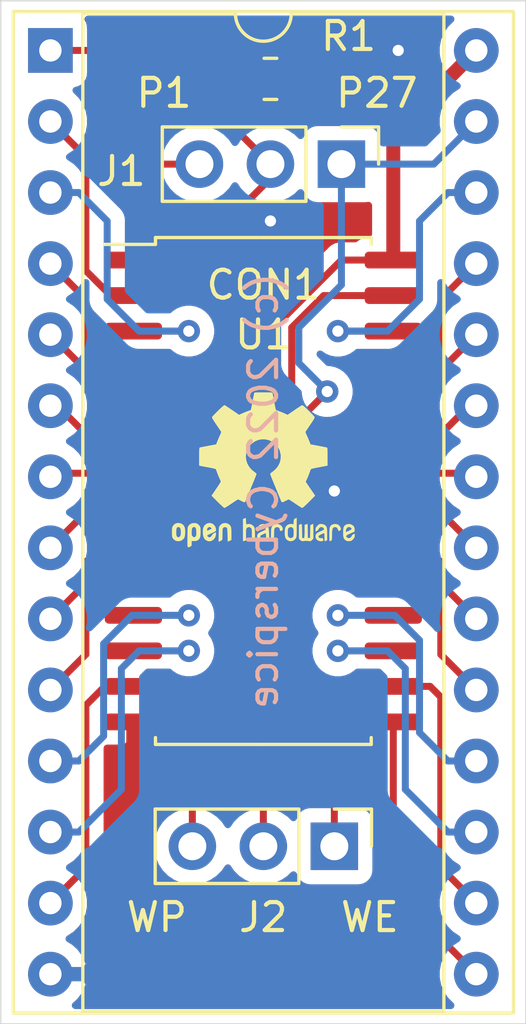
<source format=kicad_pcb>
(kicad_pcb (version 20171130) (host pcbnew "(5.1.9-0-10_14)")

  (general
    (thickness 1.6)
    (drawings 9)
    (tracks 160)
    (zones 0)
    (modules 6)
    (nets 31)
  )

  (page A4)
  (layers
    (0 F.Cu signal)
    (31 B.Cu signal)
    (32 B.Adhes user)
    (33 F.Adhes user)
    (34 B.Paste user)
    (35 F.Paste user)
    (36 B.SilkS user)
    (37 F.SilkS user)
    (38 B.Mask user)
    (39 F.Mask user)
    (40 Dwgs.User user)
    (41 Cmts.User user)
    (42 Eco1.User user)
    (43 Eco2.User user)
    (44 Edge.Cuts user)
    (45 Margin user)
    (46 B.CrtYd user)
    (47 F.CrtYd user)
    (48 B.Fab user)
    (49 F.Fab user hide)
  )

  (setup
    (last_trace_width 0.25)
    (trace_clearance 0.2)
    (zone_clearance 0.508)
    (zone_45_only no)
    (trace_min 0.2)
    (via_size 0.8)
    (via_drill 0.4)
    (via_min_size 0.4)
    (via_min_drill 0.3)
    (uvia_size 0.3)
    (uvia_drill 0.1)
    (uvias_allowed no)
    (uvia_min_size 0.2)
    (uvia_min_drill 0.1)
    (edge_width 0.05)
    (segment_width 0.2)
    (pcb_text_width 0.3)
    (pcb_text_size 1.5 1.5)
    (mod_edge_width 0.12)
    (mod_text_size 1 1)
    (mod_text_width 0.15)
    (pad_size 1.524 1.524)
    (pad_drill 0.762)
    (pad_to_mask_clearance 0)
    (aux_axis_origin 0 0)
    (visible_elements FFFFFF7F)
    (pcbplotparams
      (layerselection 0x010fc_ffffffff)
      (usegerberextensions false)
      (usegerberattributes true)
      (usegerberadvancedattributes true)
      (creategerberjobfile true)
      (excludeedgelayer true)
      (linewidth 0.100000)
      (plotframeref false)
      (viasonmask false)
      (mode 1)
      (useauxorigin false)
      (hpglpennumber 1)
      (hpglpenspeed 20)
      (hpglpendiameter 15.000000)
      (psnegative false)
      (psa4output false)
      (plotreference true)
      (plotvalue true)
      (plotinvisibletext false)
      (padsonsilk false)
      (subtractmaskfromsilk false)
      (outputformat 1)
      (mirror false)
      (drillshape 1)
      (scaleselection 1)
      (outputdirectory ""))
  )

  (net 0 "")
  (net 1 +5V)
  (net 2 GND)
  (net 3 "Net-(CON1-Pad27)")
  (net 4 /D2)
  (net 5 /A13)
  (net 6 /D1)
  (net 7 /A8)
  (net 8 /D0)
  (net 9 /A9)
  (net 10 /A0)
  (net 11 /A11)
  (net 12 /A1)
  (net 13 "Net-(CON1-Pad22)")
  (net 14 /A2)
  (net 15 /A10)
  (net 16 /A3)
  (net 17 "Net-(CON1-Pad20)")
  (net 18 /A4)
  (net 19 /D7)
  (net 20 /A5)
  (net 21 /D6)
  (net 22 /A6)
  (net 23 /D5)
  (net 24 /A7)
  (net 25 /D4)
  (net 26 /A12)
  (net 27 /D3)
  (net 28 /A14)
  (net 29 "Net-(CON1-Pad1)")
  (net 30 "Net-(J2-Pad2)")

  (net_class Default "This is the default net class."
    (clearance 0.2)
    (trace_width 0.25)
    (via_dia 0.8)
    (via_drill 0.4)
    (uvia_dia 0.3)
    (uvia_drill 0.1)
    (add_net +5V)
    (add_net /A0)
    (add_net /A1)
    (add_net /A10)
    (add_net /A11)
    (add_net /A12)
    (add_net /A13)
    (add_net /A14)
    (add_net /A2)
    (add_net /A3)
    (add_net /A4)
    (add_net /A5)
    (add_net /A6)
    (add_net /A7)
    (add_net /A8)
    (add_net /A9)
    (add_net /D0)
    (add_net /D1)
    (add_net /D2)
    (add_net /D3)
    (add_net /D4)
    (add_net /D5)
    (add_net /D6)
    (add_net /D7)
    (add_net GND)
    (add_net "Net-(CON1-Pad1)")
    (add_net "Net-(CON1-Pad20)")
    (add_net "Net-(CON1-Pad22)")
    (add_net "Net-(CON1-Pad27)")
    (add_net "Net-(J2-Pad2)")
  )

  (module Package_DIP:DIP-28_W15.24mm_Socket (layer F.Cu) (tedit 5A02E8C5) (tstamp 62402D7E)
    (at 116.84 80.772)
    (descr "28-lead though-hole mounted DIP package, row spacing 15.24 mm (600 mils), Socket")
    (tags "THT DIP DIL PDIP 2.54mm 15.24mm 600mil Socket")
    (path /624022B0)
    (fp_text reference CON1 (at 7.62 8.382) (layer F.SilkS)
      (effects (font (size 1 1) (thickness 0.15)))
    )
    (fp_text value "Header Pins" (at 7.62 33.274) (layer F.Fab)
      (effects (font (size 1 1) (thickness 0.15)))
    )
    (fp_text user %R (at 7.62 17.526) (layer F.Fab)
      (effects (font (size 1 1) (thickness 0.15)))
    )
    (fp_arc (start 7.62 -1.33) (end 6.62 -1.33) (angle -180) (layer F.SilkS) (width 0.12))
    (fp_line (start 1.255 -1.27) (end 14.985 -1.27) (layer F.Fab) (width 0.1))
    (fp_line (start 14.985 -1.27) (end 14.985 34.29) (layer F.Fab) (width 0.1))
    (fp_line (start 14.985 34.29) (end 0.255 34.29) (layer F.Fab) (width 0.1))
    (fp_line (start 0.255 34.29) (end 0.255 -0.27) (layer F.Fab) (width 0.1))
    (fp_line (start 0.255 -0.27) (end 1.255 -1.27) (layer F.Fab) (width 0.1))
    (fp_line (start -1.27 -1.33) (end -1.27 34.35) (layer F.Fab) (width 0.1))
    (fp_line (start -1.27 34.35) (end 16.51 34.35) (layer F.Fab) (width 0.1))
    (fp_line (start 16.51 34.35) (end 16.51 -1.33) (layer F.Fab) (width 0.1))
    (fp_line (start 16.51 -1.33) (end -1.27 -1.33) (layer F.Fab) (width 0.1))
    (fp_line (start 6.62 -1.33) (end 1.16 -1.33) (layer F.SilkS) (width 0.12))
    (fp_line (start 1.16 -1.33) (end 1.16 34.35) (layer F.SilkS) (width 0.12))
    (fp_line (start 1.16 34.35) (end 14.08 34.35) (layer F.SilkS) (width 0.12))
    (fp_line (start 14.08 34.35) (end 14.08 -1.33) (layer F.SilkS) (width 0.12))
    (fp_line (start 14.08 -1.33) (end 8.62 -1.33) (layer F.SilkS) (width 0.12))
    (fp_line (start -1.33 -1.39) (end -1.33 34.41) (layer F.SilkS) (width 0.12))
    (fp_line (start -1.33 34.41) (end 16.57 34.41) (layer F.SilkS) (width 0.12))
    (fp_line (start 16.57 34.41) (end 16.57 -1.39) (layer F.SilkS) (width 0.12))
    (fp_line (start 16.57 -1.39) (end -1.33 -1.39) (layer F.SilkS) (width 0.12))
    (fp_line (start -1.55 -1.6) (end -1.55 34.65) (layer F.CrtYd) (width 0.05))
    (fp_line (start -1.55 34.65) (end 16.8 34.65) (layer F.CrtYd) (width 0.05))
    (fp_line (start 16.8 34.65) (end 16.8 -1.6) (layer F.CrtYd) (width 0.05))
    (fp_line (start 16.8 -1.6) (end -1.55 -1.6) (layer F.CrtYd) (width 0.05))
    (pad 28 thru_hole oval (at 15.24 0) (size 1.6 1.6) (drill 0.8) (layers *.Cu *.Mask)
      (net 1 +5V))
    (pad 14 thru_hole oval (at 0 33.02) (size 1.6 1.6) (drill 0.8) (layers *.Cu *.Mask)
      (net 2 GND))
    (pad 27 thru_hole oval (at 15.24 2.54) (size 1.6 1.6) (drill 0.8) (layers *.Cu *.Mask)
      (net 3 "Net-(CON1-Pad27)"))
    (pad 13 thru_hole oval (at 0 30.48) (size 1.6 1.6) (drill 0.8) (layers *.Cu *.Mask)
      (net 4 /D2))
    (pad 26 thru_hole oval (at 15.24 5.08) (size 1.6 1.6) (drill 0.8) (layers *.Cu *.Mask)
      (net 5 /A13))
    (pad 12 thru_hole oval (at 0 27.94) (size 1.6 1.6) (drill 0.8) (layers *.Cu *.Mask)
      (net 6 /D1))
    (pad 25 thru_hole oval (at 15.24 7.62) (size 1.6 1.6) (drill 0.8) (layers *.Cu *.Mask)
      (net 7 /A8))
    (pad 11 thru_hole oval (at 0 25.4) (size 1.6 1.6) (drill 0.8) (layers *.Cu *.Mask)
      (net 8 /D0))
    (pad 24 thru_hole oval (at 15.24 10.16) (size 1.6 1.6) (drill 0.8) (layers *.Cu *.Mask)
      (net 9 /A9))
    (pad 10 thru_hole oval (at 0 22.86) (size 1.6 1.6) (drill 0.8) (layers *.Cu *.Mask)
      (net 10 /A0))
    (pad 23 thru_hole oval (at 15.24 12.7) (size 1.6 1.6) (drill 0.8) (layers *.Cu *.Mask)
      (net 11 /A11))
    (pad 9 thru_hole oval (at 0 20.32) (size 1.6 1.6) (drill 0.8) (layers *.Cu *.Mask)
      (net 12 /A1))
    (pad 22 thru_hole oval (at 15.24 15.24) (size 1.6 1.6) (drill 0.8) (layers *.Cu *.Mask)
      (net 13 "Net-(CON1-Pad22)"))
    (pad 8 thru_hole oval (at 0 17.78) (size 1.6 1.6) (drill 0.8) (layers *.Cu *.Mask)
      (net 14 /A2))
    (pad 21 thru_hole oval (at 15.24 17.78) (size 1.6 1.6) (drill 0.8) (layers *.Cu *.Mask)
      (net 15 /A10))
    (pad 7 thru_hole oval (at 0 15.24) (size 1.6 1.6) (drill 0.8) (layers *.Cu *.Mask)
      (net 16 /A3))
    (pad 20 thru_hole oval (at 15.24 20.32) (size 1.6 1.6) (drill 0.8) (layers *.Cu *.Mask)
      (net 17 "Net-(CON1-Pad20)"))
    (pad 6 thru_hole oval (at 0 12.7) (size 1.6 1.6) (drill 0.8) (layers *.Cu *.Mask)
      (net 18 /A4))
    (pad 19 thru_hole oval (at 15.24 22.86) (size 1.6 1.6) (drill 0.8) (layers *.Cu *.Mask)
      (net 19 /D7))
    (pad 5 thru_hole oval (at 0 10.16) (size 1.6 1.6) (drill 0.8) (layers *.Cu *.Mask)
      (net 20 /A5))
    (pad 18 thru_hole oval (at 15.24 25.4) (size 1.6 1.6) (drill 0.8) (layers *.Cu *.Mask)
      (net 21 /D6))
    (pad 4 thru_hole oval (at 0 7.62) (size 1.6 1.6) (drill 0.8) (layers *.Cu *.Mask)
      (net 22 /A6))
    (pad 17 thru_hole oval (at 15.24 27.94) (size 1.6 1.6) (drill 0.8) (layers *.Cu *.Mask)
      (net 23 /D5))
    (pad 3 thru_hole oval (at 0 5.08) (size 1.6 1.6) (drill 0.8) (layers *.Cu *.Mask)
      (net 24 /A7))
    (pad 16 thru_hole oval (at 15.24 30.48) (size 1.6 1.6) (drill 0.8) (layers *.Cu *.Mask)
      (net 25 /D4))
    (pad 2 thru_hole oval (at 0 2.54) (size 1.6 1.6) (drill 0.8) (layers *.Cu *.Mask)
      (net 26 /A12))
    (pad 15 thru_hole oval (at 15.24 33.02) (size 1.6 1.6) (drill 0.8) (layers *.Cu *.Mask)
      (net 27 /D3))
    (pad 1 thru_hole rect (at 0 0) (size 1.6 1.6) (drill 0.8) (layers *.Cu *.Mask)
      (net 29 "Net-(CON1-Pad1)"))
    (model ${KISYS3DMOD}/Package_DIP.3dshapes/DIP-28_W15.24mm_Socket.wrl
      (at (xyz 0 0 0))
      (scale (xyz 1 1 1))
      (rotate (xyz 0 0 0))
    )
  )

  (module "Symbols / Logos:OSHW-Logo2_7.3x6mm_SilkScreen" (layer F.Cu) (tedit 0) (tstamp 624085EF)
    (at 124.46 95.758)
    (descr "Open Source Hardware Symbol")
    (tags "Logo Symbol OSHW")
    (attr virtual)
    (fp_text reference REF** (at 0 0) (layer F.SilkS) hide
      (effects (font (size 1 1) (thickness 0.15)))
    )
    (fp_text value OSHW-Logo2_7.3x6mm_SilkScreen (at 0.75 0) (layer F.Fab) hide
      (effects (font (size 1 1) (thickness 0.15)))
    )
    (fp_poly (pts (xy -2.400256 1.919918) (xy -2.344799 1.947568) (xy -2.295852 1.99848) (xy -2.282371 2.017338)
      (xy -2.267686 2.042015) (xy -2.258158 2.068816) (xy -2.252707 2.104587) (xy -2.250253 2.156169)
      (xy -2.249714 2.224267) (xy -2.252148 2.317588) (xy -2.260606 2.387657) (xy -2.276826 2.439931)
      (xy -2.302546 2.479869) (xy -2.339503 2.512929) (xy -2.342218 2.514886) (xy -2.37864 2.534908)
      (xy -2.422498 2.544815) (xy -2.478276 2.547257) (xy -2.568952 2.547257) (xy -2.56899 2.635283)
      (xy -2.569834 2.684308) (xy -2.574976 2.713065) (xy -2.588413 2.730311) (xy -2.614142 2.744808)
      (xy -2.620321 2.747769) (xy -2.649236 2.761648) (xy -2.671624 2.770414) (xy -2.688271 2.771171)
      (xy -2.699964 2.761023) (xy -2.70749 2.737073) (xy -2.711634 2.696426) (xy -2.713185 2.636186)
      (xy -2.712929 2.553455) (xy -2.711651 2.445339) (xy -2.711252 2.413) (xy -2.709815 2.301524)
      (xy -2.708528 2.228603) (xy -2.569029 2.228603) (xy -2.568245 2.290499) (xy -2.56476 2.330997)
      (xy -2.556876 2.357708) (xy -2.542895 2.378244) (xy -2.533403 2.38826) (xy -2.494596 2.417567)
      (xy -2.460237 2.419952) (xy -2.424784 2.39575) (xy -2.423886 2.394857) (xy -2.409461 2.376153)
      (xy -2.400687 2.350732) (xy -2.396261 2.311584) (xy -2.394882 2.251697) (xy -2.394857 2.23843)
      (xy -2.398188 2.155901) (xy -2.409031 2.098691) (xy -2.42866 2.063766) (xy -2.45835 2.048094)
      (xy -2.475509 2.046514) (xy -2.516234 2.053926) (xy -2.544168 2.07833) (xy -2.560983 2.12298)
      (xy -2.56835 2.19113) (xy -2.569029 2.228603) (xy -2.708528 2.228603) (xy -2.708292 2.215245)
      (xy -2.706323 2.150333) (xy -2.70355 2.102958) (xy -2.699612 2.06929) (xy -2.694151 2.045498)
      (xy -2.686808 2.027753) (xy -2.677223 2.012224) (xy -2.673113 2.006381) (xy -2.618595 1.951185)
      (xy -2.549664 1.91989) (xy -2.469928 1.911165) (xy -2.400256 1.919918)) (layer F.SilkS) (width 0.01))
    (fp_poly (pts (xy -1.283907 1.92778) (xy -1.237328 1.954723) (xy -1.204943 1.981466) (xy -1.181258 2.009484)
      (xy -1.164941 2.043748) (xy -1.154661 2.089227) (xy -1.149086 2.150892) (xy -1.146884 2.233711)
      (xy -1.146629 2.293246) (xy -1.146629 2.512391) (xy -1.208314 2.540044) (xy -1.27 2.567697)
      (xy -1.277257 2.32767) (xy -1.280256 2.238028) (xy -1.283402 2.172962) (xy -1.287299 2.128026)
      (xy -1.292553 2.09877) (xy -1.299769 2.080748) (xy -1.30955 2.069511) (xy -1.312688 2.067079)
      (xy -1.360239 2.048083) (xy -1.408303 2.0556) (xy -1.436914 2.075543) (xy -1.448553 2.089675)
      (xy -1.456609 2.10822) (xy -1.461729 2.136334) (xy -1.464559 2.179173) (xy -1.465744 2.241895)
      (xy -1.465943 2.307261) (xy -1.465982 2.389268) (xy -1.467386 2.447316) (xy -1.472086 2.486465)
      (xy -1.482013 2.51178) (xy -1.499097 2.528323) (xy -1.525268 2.541156) (xy -1.560225 2.554491)
      (xy -1.598404 2.569007) (xy -1.593859 2.311389) (xy -1.592029 2.218519) (xy -1.589888 2.149889)
      (xy -1.586819 2.100711) (xy -1.582206 2.066198) (xy -1.575432 2.041562) (xy -1.565881 2.022016)
      (xy -1.554366 2.00477) (xy -1.49881 1.94968) (xy -1.43102 1.917822) (xy -1.357287 1.910191)
      (xy -1.283907 1.92778)) (layer F.SilkS) (width 0.01))
    (fp_poly (pts (xy -2.958885 1.921962) (xy -2.890855 1.957733) (xy -2.840649 2.015301) (xy -2.822815 2.052312)
      (xy -2.808937 2.107882) (xy -2.801833 2.178096) (xy -2.80116 2.254727) (xy -2.806573 2.329552)
      (xy -2.81773 2.394342) (xy -2.834286 2.440873) (xy -2.839374 2.448887) (xy -2.899645 2.508707)
      (xy -2.971231 2.544535) (xy -3.048908 2.55502) (xy -3.127452 2.53881) (xy -3.149311 2.529092)
      (xy -3.191878 2.499143) (xy -3.229237 2.459433) (xy -3.232768 2.454397) (xy -3.247119 2.430124)
      (xy -3.256606 2.404178) (xy -3.26221 2.370022) (xy -3.264914 2.321119) (xy -3.265701 2.250935)
      (xy -3.265714 2.2352) (xy -3.265678 2.230192) (xy -3.120571 2.230192) (xy -3.119727 2.29643)
      (xy -3.116404 2.340386) (xy -3.109417 2.368779) (xy -3.097584 2.388325) (xy -3.091543 2.394857)
      (xy -3.056814 2.41968) (xy -3.023097 2.418548) (xy -2.989005 2.397016) (xy -2.968671 2.374029)
      (xy -2.956629 2.340478) (xy -2.949866 2.287569) (xy -2.949402 2.281399) (xy -2.948248 2.185513)
      (xy -2.960312 2.114299) (xy -2.98543 2.068194) (xy -3.02344 2.047635) (xy -3.037008 2.046514)
      (xy -3.072636 2.052152) (xy -3.097006 2.071686) (xy -3.111907 2.109042) (xy -3.119125 2.16815)
      (xy -3.120571 2.230192) (xy -3.265678 2.230192) (xy -3.265174 2.160413) (xy -3.262904 2.108159)
      (xy -3.257932 2.071949) (xy -3.249287 2.045299) (xy -3.235995 2.021722) (xy -3.233057 2.017338)
      (xy -3.183687 1.958249) (xy -3.129891 1.923947) (xy -3.064398 1.910331) (xy -3.042158 1.909665)
      (xy -2.958885 1.921962)) (layer F.SilkS) (width 0.01))
    (fp_poly (pts (xy -1.831697 1.931239) (xy -1.774473 1.969735) (xy -1.730251 2.025335) (xy -1.703833 2.096086)
      (xy -1.69849 2.148162) (xy -1.699097 2.169893) (xy -1.704178 2.186531) (xy -1.718145 2.201437)
      (xy -1.745411 2.217973) (xy -1.790388 2.239498) (xy -1.857489 2.269374) (xy -1.857829 2.269524)
      (xy -1.919593 2.297813) (xy -1.970241 2.322933) (xy -2.004596 2.342179) (xy -2.017482 2.352848)
      (xy -2.017486 2.352934) (xy -2.006128 2.376166) (xy -1.979569 2.401774) (xy -1.949077 2.420221)
      (xy -1.93363 2.423886) (xy -1.891485 2.411212) (xy -1.855192 2.379471) (xy -1.837483 2.344572)
      (xy -1.820448 2.318845) (xy -1.787078 2.289546) (xy -1.747851 2.264235) (xy -1.713244 2.250471)
      (xy -1.706007 2.249714) (xy -1.697861 2.26216) (xy -1.69737 2.293972) (xy -1.703357 2.336866)
      (xy -1.714643 2.382558) (xy -1.73005 2.422761) (xy -1.730829 2.424322) (xy -1.777196 2.489062)
      (xy -1.837289 2.533097) (xy -1.905535 2.554711) (xy -1.976362 2.552185) (xy -2.044196 2.523804)
      (xy -2.047212 2.521808) (xy -2.100573 2.473448) (xy -2.13566 2.410352) (xy -2.155078 2.327387)
      (xy -2.157684 2.304078) (xy -2.162299 2.194055) (xy -2.156767 2.142748) (xy -2.017486 2.142748)
      (xy -2.015676 2.174753) (xy -2.005778 2.184093) (xy -1.981102 2.177105) (xy -1.942205 2.160587)
      (xy -1.898725 2.139881) (xy -1.897644 2.139333) (xy -1.860791 2.119949) (xy -1.846 2.107013)
      (xy -1.849647 2.093451) (xy -1.865005 2.075632) (xy -1.904077 2.049845) (xy -1.946154 2.04795)
      (xy -1.983897 2.066717) (xy -2.009966 2.102915) (xy -2.017486 2.142748) (xy -2.156767 2.142748)
      (xy -2.152806 2.106027) (xy -2.12845 2.036212) (xy -2.094544 1.987302) (xy -2.033347 1.937878)
      (xy -1.965937 1.913359) (xy -1.89712 1.911797) (xy -1.831697 1.931239)) (layer F.SilkS) (width 0.01))
    (fp_poly (pts (xy -0.624114 1.851289) (xy -0.619861 1.910613) (xy -0.614975 1.945572) (xy -0.608205 1.96082)
      (xy -0.598298 1.961015) (xy -0.595086 1.959195) (xy -0.552356 1.946015) (xy -0.496773 1.946785)
      (xy -0.440263 1.960333) (xy -0.404918 1.977861) (xy -0.368679 2.005861) (xy -0.342187 2.037549)
      (xy -0.324001 2.077813) (xy -0.312678 2.131543) (xy -0.306778 2.203626) (xy -0.304857 2.298951)
      (xy -0.304823 2.317237) (xy -0.3048 2.522646) (xy -0.350509 2.53858) (xy -0.382973 2.54942)
      (xy -0.400785 2.554468) (xy -0.401309 2.554514) (xy -0.403063 2.540828) (xy -0.404556 2.503076)
      (xy -0.405674 2.446224) (xy -0.406303 2.375234) (xy -0.4064 2.332073) (xy -0.406602 2.246973)
      (xy -0.407642 2.185981) (xy -0.410169 2.144177) (xy -0.414836 2.116642) (xy -0.422293 2.098456)
      (xy -0.433189 2.084698) (xy -0.439993 2.078073) (xy -0.486728 2.051375) (xy -0.537728 2.049375)
      (xy -0.583999 2.071955) (xy -0.592556 2.080107) (xy -0.605107 2.095436) (xy -0.613812 2.113618)
      (xy -0.619369 2.139909) (xy -0.622474 2.179562) (xy -0.623824 2.237832) (xy -0.624114 2.318173)
      (xy -0.624114 2.522646) (xy -0.669823 2.53858) (xy -0.702287 2.54942) (xy -0.720099 2.554468)
      (xy -0.720623 2.554514) (xy -0.721963 2.540623) (xy -0.723172 2.501439) (xy -0.724199 2.4407)
      (xy -0.724998 2.362141) (xy -0.725519 2.269498) (xy -0.725714 2.166509) (xy -0.725714 1.769342)
      (xy -0.678543 1.749444) (xy -0.631371 1.729547) (xy -0.624114 1.851289)) (layer F.SilkS) (width 0.01))
    (fp_poly (pts (xy 0.039744 1.950968) (xy 0.096616 1.972087) (xy 0.097267 1.972493) (xy 0.13244 1.99838)
      (xy 0.158407 2.028633) (xy 0.17667 2.068058) (xy 0.188732 2.121462) (xy 0.196096 2.193651)
      (xy 0.200264 2.289432) (xy 0.200629 2.303078) (xy 0.205876 2.508842) (xy 0.161716 2.531678)
      (xy 0.129763 2.54711) (xy 0.11047 2.554423) (xy 0.109578 2.554514) (xy 0.106239 2.541022)
      (xy 0.103587 2.504626) (xy 0.101956 2.451452) (xy 0.1016 2.408393) (xy 0.101592 2.338641)
      (xy 0.098403 2.294837) (xy 0.087288 2.273944) (xy 0.063501 2.272925) (xy 0.022296 2.288741)
      (xy -0.039914 2.317815) (xy -0.085659 2.341963) (xy -0.109187 2.362913) (xy -0.116104 2.385747)
      (xy -0.116114 2.386877) (xy -0.104701 2.426212) (xy -0.070908 2.447462) (xy -0.019191 2.450539)
      (xy 0.018061 2.450006) (xy 0.037703 2.460735) (xy 0.049952 2.486505) (xy 0.057002 2.519337)
      (xy 0.046842 2.537966) (xy 0.043017 2.540632) (xy 0.007001 2.55134) (xy -0.043434 2.552856)
      (xy -0.095374 2.545759) (xy -0.132178 2.532788) (xy -0.183062 2.489585) (xy -0.211986 2.429446)
      (xy -0.217714 2.382462) (xy -0.213343 2.340082) (xy -0.197525 2.305488) (xy -0.166203 2.274763)
      (xy -0.115322 2.24399) (xy -0.040824 2.209252) (xy -0.036286 2.207288) (xy 0.030821 2.176287)
      (xy 0.072232 2.150862) (xy 0.089981 2.128014) (xy 0.086107 2.104745) (xy 0.062643 2.078056)
      (xy 0.055627 2.071914) (xy 0.00863 2.0481) (xy -0.040067 2.049103) (xy -0.082478 2.072451)
      (xy -0.110616 2.115675) (xy -0.113231 2.12416) (xy -0.138692 2.165308) (xy -0.170999 2.185128)
      (xy -0.217714 2.20477) (xy -0.217714 2.15395) (xy -0.203504 2.080082) (xy -0.161325 2.012327)
      (xy -0.139376 1.989661) (xy -0.089483 1.960569) (xy -0.026033 1.9474) (xy 0.039744 1.950968)) (layer F.SilkS) (width 0.01))
    (fp_poly (pts (xy 0.529926 1.949755) (xy 0.595858 1.974084) (xy 0.649273 2.017117) (xy 0.670164 2.047409)
      (xy 0.692939 2.102994) (xy 0.692466 2.143186) (xy 0.668562 2.170217) (xy 0.659717 2.174813)
      (xy 0.62153 2.189144) (xy 0.602028 2.185472) (xy 0.595422 2.161407) (xy 0.595086 2.148114)
      (xy 0.582992 2.09921) (xy 0.551471 2.064999) (xy 0.507659 2.048476) (xy 0.458695 2.052634)
      (xy 0.418894 2.074227) (xy 0.40545 2.086544) (xy 0.395921 2.101487) (xy 0.389485 2.124075)
      (xy 0.385317 2.159328) (xy 0.382597 2.212266) (xy 0.380502 2.287907) (xy 0.37996 2.311857)
      (xy 0.377981 2.39379) (xy 0.375731 2.451455) (xy 0.372357 2.489608) (xy 0.367006 2.513004)
      (xy 0.358824 2.526398) (xy 0.346959 2.534545) (xy 0.339362 2.538144) (xy 0.307102 2.550452)
      (xy 0.288111 2.554514) (xy 0.281836 2.540948) (xy 0.278006 2.499934) (xy 0.2766 2.430999)
      (xy 0.277598 2.333669) (xy 0.277908 2.318657) (xy 0.280101 2.229859) (xy 0.282693 2.165019)
      (xy 0.286382 2.119067) (xy 0.291864 2.086935) (xy 0.299835 2.063553) (xy 0.310993 2.043852)
      (xy 0.31683 2.03541) (xy 0.350296 1.998057) (xy 0.387727 1.969003) (xy 0.392309 1.966467)
      (xy 0.459426 1.946443) (xy 0.529926 1.949755)) (layer F.SilkS) (width 0.01))
    (fp_poly (pts (xy 1.190117 2.065358) (xy 1.189933 2.173837) (xy 1.189219 2.257287) (xy 1.187675 2.319704)
      (xy 1.185001 2.365085) (xy 1.180894 2.397429) (xy 1.175055 2.420733) (xy 1.167182 2.438995)
      (xy 1.161221 2.449418) (xy 1.111855 2.505945) (xy 1.049264 2.541377) (xy 0.980013 2.55409)
      (xy 0.910668 2.542463) (xy 0.869375 2.521568) (xy 0.826025 2.485422) (xy 0.796481 2.441276)
      (xy 0.778655 2.383462) (xy 0.770463 2.306313) (xy 0.769302 2.249714) (xy 0.769458 2.245647)
      (xy 0.870857 2.245647) (xy 0.871476 2.31055) (xy 0.874314 2.353514) (xy 0.88084 2.381622)
      (xy 0.892523 2.401953) (xy 0.906483 2.417288) (xy 0.953365 2.44689) (xy 1.003701 2.449419)
      (xy 1.051276 2.424705) (xy 1.054979 2.421356) (xy 1.070783 2.403935) (xy 1.080693 2.383209)
      (xy 1.086058 2.352362) (xy 1.088228 2.304577) (xy 1.088571 2.251748) (xy 1.087827 2.185381)
      (xy 1.084748 2.141106) (xy 1.078061 2.112009) (xy 1.066496 2.091173) (xy 1.057013 2.080107)
      (xy 1.01296 2.052198) (xy 0.962224 2.048843) (xy 0.913796 2.070159) (xy 0.90445 2.078073)
      (xy 0.88854 2.095647) (xy 0.87861 2.116587) (xy 0.873278 2.147782) (xy 0.871163 2.196122)
      (xy 0.870857 2.245647) (xy 0.769458 2.245647) (xy 0.77281 2.158568) (xy 0.784726 2.090086)
      (xy 0.807135 2.0386) (xy 0.842124 1.998443) (xy 0.869375 1.977861) (xy 0.918907 1.955625)
      (xy 0.976316 1.945304) (xy 1.029682 1.948067) (xy 1.059543 1.959212) (xy 1.071261 1.962383)
      (xy 1.079037 1.950557) (xy 1.084465 1.918866) (xy 1.088571 1.870593) (xy 1.093067 1.816829)
      (xy 1.099313 1.784482) (xy 1.110676 1.765985) (xy 1.130528 1.75377) (xy 1.143 1.748362)
      (xy 1.190171 1.728601) (xy 1.190117 2.065358)) (layer F.SilkS) (width 0.01))
    (fp_poly (pts (xy 1.779833 1.958663) (xy 1.782048 1.99685) (xy 1.783784 2.054886) (xy 1.784899 2.12818)
      (xy 1.785257 2.205055) (xy 1.785257 2.465196) (xy 1.739326 2.511127) (xy 1.707675 2.539429)
      (xy 1.67989 2.550893) (xy 1.641915 2.550168) (xy 1.62684 2.548321) (xy 1.579726 2.542948)
      (xy 1.540756 2.539869) (xy 1.531257 2.539585) (xy 1.499233 2.541445) (xy 1.453432 2.546114)
      (xy 1.435674 2.548321) (xy 1.392057 2.551735) (xy 1.362745 2.54432) (xy 1.33368 2.521427)
      (xy 1.323188 2.511127) (xy 1.277257 2.465196) (xy 1.277257 1.978602) (xy 1.314226 1.961758)
      (xy 1.346059 1.949282) (xy 1.364683 1.944914) (xy 1.369458 1.958718) (xy 1.373921 1.997286)
      (xy 1.377775 2.056356) (xy 1.380722 2.131663) (xy 1.382143 2.195286) (xy 1.386114 2.445657)
      (xy 1.420759 2.450556) (xy 1.452268 2.447131) (xy 1.467708 2.436041) (xy 1.472023 2.415308)
      (xy 1.475708 2.371145) (xy 1.478469 2.309146) (xy 1.480012 2.234909) (xy 1.480235 2.196706)
      (xy 1.480457 1.976783) (xy 1.526166 1.960849) (xy 1.558518 1.950015) (xy 1.576115 1.944962)
      (xy 1.576623 1.944914) (xy 1.578388 1.958648) (xy 1.580329 1.99673) (xy 1.582282 2.054482)
      (xy 1.584084 2.127227) (xy 1.585343 2.195286) (xy 1.589314 2.445657) (xy 1.6764 2.445657)
      (xy 1.680396 2.21724) (xy 1.684392 1.988822) (xy 1.726847 1.966868) (xy 1.758192 1.951793)
      (xy 1.776744 1.944951) (xy 1.777279 1.944914) (xy 1.779833 1.958663)) (layer F.SilkS) (width 0.01))
    (fp_poly (pts (xy 2.144876 1.956335) (xy 2.186667 1.975344) (xy 2.219469 1.998378) (xy 2.243503 2.024133)
      (xy 2.260097 2.057358) (xy 2.270577 2.1028) (xy 2.276271 2.165207) (xy 2.278507 2.249327)
      (xy 2.278743 2.304721) (xy 2.278743 2.520826) (xy 2.241774 2.53767) (xy 2.212656 2.549981)
      (xy 2.198231 2.554514) (xy 2.195472 2.541025) (xy 2.193282 2.504653) (xy 2.191942 2.451542)
      (xy 2.191657 2.409372) (xy 2.190434 2.348447) (xy 2.187136 2.300115) (xy 2.182321 2.270518)
      (xy 2.178496 2.264229) (xy 2.152783 2.270652) (xy 2.112418 2.287125) (xy 2.065679 2.309458)
      (xy 2.020845 2.333457) (xy 1.986193 2.35493) (xy 1.970002 2.369685) (xy 1.969938 2.369845)
      (xy 1.97133 2.397152) (xy 1.983818 2.423219) (xy 2.005743 2.444392) (xy 2.037743 2.451474)
      (xy 2.065092 2.450649) (xy 2.103826 2.450042) (xy 2.124158 2.459116) (xy 2.136369 2.483092)
      (xy 2.137909 2.487613) (xy 2.143203 2.521806) (xy 2.129047 2.542568) (xy 2.092148 2.552462)
      (xy 2.052289 2.554292) (xy 1.980562 2.540727) (xy 1.943432 2.521355) (xy 1.897576 2.475845)
      (xy 1.873256 2.419983) (xy 1.871073 2.360957) (xy 1.891629 2.305953) (xy 1.922549 2.271486)
      (xy 1.95342 2.252189) (xy 2.001942 2.227759) (xy 2.058485 2.202985) (xy 2.06791 2.199199)
      (xy 2.130019 2.171791) (xy 2.165822 2.147634) (xy 2.177337 2.123619) (xy 2.16658 2.096635)
      (xy 2.148114 2.075543) (xy 2.104469 2.049572) (xy 2.056446 2.047624) (xy 2.012406 2.067637)
      (xy 1.980709 2.107551) (xy 1.976549 2.117848) (xy 1.952327 2.155724) (xy 1.916965 2.183842)
      (xy 1.872343 2.206917) (xy 1.872343 2.141485) (xy 1.874969 2.101506) (xy 1.88623 2.069997)
      (xy 1.911199 2.036378) (xy 1.935169 2.010484) (xy 1.972441 1.973817) (xy 2.001401 1.954121)
      (xy 2.032505 1.94622) (xy 2.067713 1.944914) (xy 2.144876 1.956335)) (layer F.SilkS) (width 0.01))
    (fp_poly (pts (xy 2.6526 1.958752) (xy 2.669948 1.966334) (xy 2.711356 1.999128) (xy 2.746765 2.046547)
      (xy 2.768664 2.097151) (xy 2.772229 2.122098) (xy 2.760279 2.156927) (xy 2.734067 2.175357)
      (xy 2.705964 2.186516) (xy 2.693095 2.188572) (xy 2.686829 2.173649) (xy 2.674456 2.141175)
      (xy 2.669028 2.126502) (xy 2.63859 2.075744) (xy 2.59452 2.050427) (xy 2.53801 2.051206)
      (xy 2.533825 2.052203) (xy 2.503655 2.066507) (xy 2.481476 2.094393) (xy 2.466327 2.139287)
      (xy 2.45725 2.204615) (xy 2.453286 2.293804) (xy 2.452914 2.341261) (xy 2.45273 2.416071)
      (xy 2.451522 2.467069) (xy 2.448309 2.499471) (xy 2.442109 2.518495) (xy 2.43194 2.529356)
      (xy 2.416819 2.537272) (xy 2.415946 2.53767) (xy 2.386828 2.549981) (xy 2.372403 2.554514)
      (xy 2.370186 2.540809) (xy 2.368289 2.502925) (xy 2.366847 2.445715) (xy 2.365998 2.374027)
      (xy 2.365829 2.321565) (xy 2.366692 2.220047) (xy 2.37007 2.143032) (xy 2.377142 2.086023)
      (xy 2.389088 2.044526) (xy 2.40709 2.014043) (xy 2.432327 1.99008) (xy 2.457247 1.973355)
      (xy 2.517171 1.951097) (xy 2.586911 1.946076) (xy 2.6526 1.958752)) (layer F.SilkS) (width 0.01))
    (fp_poly (pts (xy 3.153595 1.966966) (xy 3.211021 2.004497) (xy 3.238719 2.038096) (xy 3.260662 2.099064)
      (xy 3.262405 2.147308) (xy 3.258457 2.211816) (xy 3.109686 2.276934) (xy 3.037349 2.310202)
      (xy 2.990084 2.336964) (xy 2.965507 2.360144) (xy 2.961237 2.382667) (xy 2.974889 2.407455)
      (xy 2.989943 2.423886) (xy 3.033746 2.450235) (xy 3.081389 2.452081) (xy 3.125145 2.431546)
      (xy 3.157289 2.390752) (xy 3.163038 2.376347) (xy 3.190576 2.331356) (xy 3.222258 2.312182)
      (xy 3.265714 2.295779) (xy 3.265714 2.357966) (xy 3.261872 2.400283) (xy 3.246823 2.435969)
      (xy 3.21528 2.476943) (xy 3.210592 2.482267) (xy 3.175506 2.51872) (xy 3.145347 2.538283)
      (xy 3.107615 2.547283) (xy 3.076335 2.55023) (xy 3.020385 2.550965) (xy 2.980555 2.54166)
      (xy 2.955708 2.527846) (xy 2.916656 2.497467) (xy 2.889625 2.464613) (xy 2.872517 2.423294)
      (xy 2.863238 2.367521) (xy 2.859693 2.291305) (xy 2.85941 2.252622) (xy 2.860372 2.206247)
      (xy 2.948007 2.206247) (xy 2.949023 2.231126) (xy 2.951556 2.2352) (xy 2.968274 2.229665)
      (xy 3.004249 2.215017) (xy 3.052331 2.19419) (xy 3.062386 2.189714) (xy 3.123152 2.158814)
      (xy 3.156632 2.131657) (xy 3.16399 2.10622) (xy 3.146391 2.080481) (xy 3.131856 2.069109)
      (xy 3.07941 2.046364) (xy 3.030322 2.050122) (xy 2.989227 2.077884) (xy 2.960758 2.127152)
      (xy 2.951631 2.166257) (xy 2.948007 2.206247) (xy 2.860372 2.206247) (xy 2.861285 2.162249)
      (xy 2.868196 2.095384) (xy 2.881884 2.046695) (xy 2.904096 2.010849) (xy 2.936574 1.982513)
      (xy 2.950733 1.973355) (xy 3.015053 1.949507) (xy 3.085473 1.948006) (xy 3.153595 1.966966)) (layer F.SilkS) (width 0.01))
    (fp_poly (pts (xy 0.10391 -2.757652) (xy 0.182454 -2.757222) (xy 0.239298 -2.756058) (xy 0.278105 -2.753793)
      (xy 0.302538 -2.75006) (xy 0.316262 -2.744494) (xy 0.32294 -2.736727) (xy 0.326236 -2.726395)
      (xy 0.326556 -2.725057) (xy 0.331562 -2.700921) (xy 0.340829 -2.653299) (xy 0.353392 -2.587259)
      (xy 0.368287 -2.507872) (xy 0.384551 -2.420204) (xy 0.385119 -2.417125) (xy 0.40141 -2.331211)
      (xy 0.416652 -2.255304) (xy 0.429861 -2.193955) (xy 0.440054 -2.151718) (xy 0.446248 -2.133145)
      (xy 0.446543 -2.132816) (xy 0.464788 -2.123747) (xy 0.502405 -2.108633) (xy 0.551271 -2.090738)
      (xy 0.551543 -2.090642) (xy 0.613093 -2.067507) (xy 0.685657 -2.038035) (xy 0.754057 -2.008403)
      (xy 0.757294 -2.006938) (xy 0.868702 -1.956374) (xy 1.115399 -2.12484) (xy 1.191077 -2.176197)
      (xy 1.259631 -2.222111) (xy 1.317088 -2.25997) (xy 1.359476 -2.287163) (xy 1.382825 -2.301079)
      (xy 1.385042 -2.302111) (xy 1.40201 -2.297516) (xy 1.433701 -2.275345) (xy 1.481352 -2.234553)
      (xy 1.546198 -2.174095) (xy 1.612397 -2.109773) (xy 1.676214 -2.046388) (xy 1.733329 -1.988549)
      (xy 1.780305 -1.939825) (xy 1.813703 -1.90379) (xy 1.830085 -1.884016) (xy 1.830694 -1.882998)
      (xy 1.832505 -1.869428) (xy 1.825683 -1.847267) (xy 1.80854 -1.813522) (xy 1.779393 -1.7652)
      (xy 1.736555 -1.699308) (xy 1.679448 -1.614483) (xy 1.628766 -1.539823) (xy 1.583461 -1.47286)
      (xy 1.54615 -1.417484) (xy 1.519452 -1.37758) (xy 1.505985 -1.357038) (xy 1.505137 -1.355644)
      (xy 1.506781 -1.335962) (xy 1.519245 -1.297707) (xy 1.540048 -1.248111) (xy 1.547462 -1.232272)
      (xy 1.579814 -1.16171) (xy 1.614328 -1.081647) (xy 1.642365 -1.012371) (xy 1.662568 -0.960955)
      (xy 1.678615 -0.921881) (xy 1.687888 -0.901459) (xy 1.689041 -0.899886) (xy 1.706096 -0.897279)
      (xy 1.746298 -0.890137) (xy 1.804302 -0.879477) (xy 1.874763 -0.866315) (xy 1.952335 -0.851667)
      (xy 2.031672 -0.836551) (xy 2.107431 -0.821982) (xy 2.174264 -0.808978) (xy 2.226828 -0.798555)
      (xy 2.259776 -0.79173) (xy 2.267857 -0.789801) (xy 2.276205 -0.785038) (xy 2.282506 -0.774282)
      (xy 2.287045 -0.753902) (xy 2.290104 -0.720266) (xy 2.291967 -0.669745) (xy 2.292918 -0.598708)
      (xy 2.29324 -0.503524) (xy 2.293257 -0.464508) (xy 2.293257 -0.147201) (xy 2.217057 -0.132161)
      (xy 2.174663 -0.124005) (xy 2.1114 -0.112101) (xy 2.034962 -0.097884) (xy 1.953043 -0.08279)
      (xy 1.9304 -0.078645) (xy 1.854806 -0.063947) (xy 1.788953 -0.049495) (xy 1.738366 -0.036625)
      (xy 1.708574 -0.026678) (xy 1.703612 -0.023713) (xy 1.691426 -0.002717) (xy 1.673953 0.037967)
      (xy 1.654577 0.090322) (xy 1.650734 0.1016) (xy 1.625339 0.171523) (xy 1.593817 0.250418)
      (xy 1.562969 0.321266) (xy 1.562817 0.321595) (xy 1.511447 0.432733) (xy 1.680399 0.681253)
      (xy 1.849352 0.929772) (xy 1.632429 1.147058) (xy 1.566819 1.211726) (xy 1.506979 1.268733)
      (xy 1.456267 1.315033) (xy 1.418046 1.347584) (xy 1.395675 1.363343) (xy 1.392466 1.364343)
      (xy 1.373626 1.356469) (xy 1.33518 1.334578) (xy 1.28133 1.301267) (xy 1.216276 1.259131)
      (xy 1.14594 1.211943) (xy 1.074555 1.16381) (xy 1.010908 1.121928) (xy 0.959041 1.088871)
      (xy 0.922995 1.067218) (xy 0.906867 1.059543) (xy 0.887189 1.066037) (xy 0.849875 1.08315)
      (xy 0.802621 1.107326) (xy 0.797612 1.110013) (xy 0.733977 1.141927) (xy 0.690341 1.157579)
      (xy 0.663202 1.157745) (xy 0.649057 1.143204) (xy 0.648975 1.143) (xy 0.641905 1.125779)
      (xy 0.625042 1.084899) (xy 0.599695 1.023525) (xy 0.567171 0.944819) (xy 0.528778 0.851947)
      (xy 0.485822 0.748072) (xy 0.444222 0.647502) (xy 0.398504 0.536516) (xy 0.356526 0.433703)
      (xy 0.319548 0.342215) (xy 0.288827 0.265201) (xy 0.265622 0.205815) (xy 0.25119 0.167209)
      (xy 0.246743 0.1528) (xy 0.257896 0.136272) (xy 0.287069 0.10993) (xy 0.325971 0.080887)
      (xy 0.436757 -0.010961) (xy 0.523351 -0.116241) (xy 0.584716 -0.232734) (xy 0.619815 -0.358224)
      (xy 0.627608 -0.490493) (xy 0.621943 -0.551543) (xy 0.591078 -0.678205) (xy 0.53792 -0.790059)
      (xy 0.465767 -0.885999) (xy 0.377917 -0.964924) (xy 0.277665 -1.02573) (xy 0.16831 -1.067313)
      (xy 0.053147 -1.088572) (xy -0.064525 -1.088401) (xy -0.18141 -1.065699) (xy -0.294211 -1.019362)
      (xy -0.399631 -0.948287) (xy -0.443632 -0.908089) (xy -0.528021 -0.804871) (xy -0.586778 -0.692075)
      (xy -0.620296 -0.57299) (xy -0.628965 -0.450905) (xy -0.613177 -0.329107) (xy -0.573322 -0.210884)
      (xy -0.509793 -0.099525) (xy -0.422979 0.001684) (xy -0.325971 0.080887) (xy -0.285563 0.111162)
      (xy -0.257018 0.137219) (xy -0.246743 0.152825) (xy -0.252123 0.169843) (xy -0.267425 0.2105)
      (xy -0.291388 0.271642) (xy -0.322756 0.350119) (xy -0.360268 0.44278) (xy -0.402667 0.546472)
      (xy -0.444337 0.647526) (xy -0.49031 0.758607) (xy -0.532893 0.861541) (xy -0.570779 0.953165)
      (xy -0.60266 1.030316) (xy -0.627229 1.089831) (xy -0.64318 1.128544) (xy -0.64909 1.143)
      (xy -0.663052 1.157685) (xy -0.69006 1.157642) (xy -0.733587 1.142099) (xy -0.79711 1.110284)
      (xy -0.797612 1.110013) (xy -0.84544 1.085323) (xy -0.884103 1.067338) (xy -0.905905 1.059614)
      (xy -0.906867 1.059543) (xy -0.923279 1.067378) (xy -0.959513 1.089165) (xy -1.011526 1.122328)
      (xy -1.075275 1.164291) (xy -1.14594 1.211943) (xy -1.217884 1.260191) (xy -1.282726 1.302151)
      (xy -1.336265 1.335227) (xy -1.374303 1.356821) (xy -1.392467 1.364343) (xy -1.409192 1.354457)
      (xy -1.44282 1.326826) (xy -1.48999 1.284495) (xy -1.547342 1.230505) (xy -1.611516 1.167899)
      (xy -1.632503 1.146983) (xy -1.849501 0.929623) (xy -1.684332 0.68722) (xy -1.634136 0.612781)
      (xy -1.590081 0.545972) (xy -1.554638 0.490665) (xy -1.530281 0.450729) (xy -1.519478 0.430036)
      (xy -1.519162 0.428563) (xy -1.524857 0.409058) (xy -1.540174 0.369822) (xy -1.562463 0.31743)
      (xy -1.578107 0.282355) (xy -1.607359 0.215201) (xy -1.634906 0.147358) (xy -1.656263 0.090034)
      (xy -1.662065 0.072572) (xy -1.678548 0.025938) (xy -1.69466 -0.010095) (xy -1.70351 -0.023713)
      (xy -1.72304 -0.032048) (xy -1.765666 -0.043863) (xy -1.825855 -0.057819) (xy -1.898078 -0.072578)
      (xy -1.9304 -0.078645) (xy -2.012478 -0.093727) (xy -2.091205 -0.108331) (xy -2.158891 -0.12102)
      (xy -2.20784 -0.130358) (xy -2.217057 -0.132161) (xy -2.293257 -0.147201) (xy -2.293257 -0.464508)
      (xy -2.293086 -0.568846) (xy -2.292384 -0.647787) (xy -2.290866 -0.704962) (xy -2.288251 -0.744001)
      (xy -2.284254 -0.768535) (xy -2.278591 -0.782195) (xy -2.27098 -0.788611) (xy -2.267857 -0.789801)
      (xy -2.249022 -0.79402) (xy -2.207412 -0.802438) (xy -2.14837 -0.814039) (xy -2.077243 -0.827805)
      (xy -1.999375 -0.84272) (xy -1.920113 -0.857768) (xy -1.844802 -0.871931) (xy -1.778787 -0.884194)
      (xy -1.727413 -0.893539) (xy -1.696025 -0.89895) (xy -1.689041 -0.899886) (xy -1.682715 -0.912404)
      (xy -1.66871 -0.945754) (xy -1.649645 -0.993623) (xy -1.642366 -1.012371) (xy -1.613004 -1.084805)
      (xy -1.578429 -1.16483) (xy -1.547463 -1.232272) (xy -1.524677 -1.283841) (xy -1.509518 -1.326215)
      (xy -1.504458 -1.352166) (xy -1.505264 -1.355644) (xy -1.515959 -1.372064) (xy -1.54038 -1.408583)
      (xy -1.575905 -1.461313) (xy -1.619913 -1.526365) (xy -1.669783 -1.599849) (xy -1.679644 -1.614355)
      (xy -1.737508 -1.700296) (xy -1.780044 -1.765739) (xy -1.808946 -1.813696) (xy -1.82591 -1.84718)
      (xy -1.832633 -1.869205) (xy -1.83081 -1.882783) (xy -1.830764 -1.882869) (xy -1.816414 -1.900703)
      (xy -1.784677 -1.935183) (xy -1.73899 -1.982732) (xy -1.682796 -2.039778) (xy -1.619532 -2.102745)
      (xy -1.612398 -2.109773) (xy -1.53267 -2.18698) (xy -1.471143 -2.24367) (xy -1.426579 -2.28089)
      (xy -1.397743 -2.299685) (xy -1.385042 -2.302111) (xy -1.366506 -2.291529) (xy -1.328039 -2.267084)
      (xy -1.273614 -2.231388) (xy -1.207202 -2.187053) (xy -1.132775 -2.136689) (xy -1.115399 -2.12484)
      (xy -0.868703 -1.956374) (xy -0.757294 -2.006938) (xy -0.689543 -2.036405) (xy -0.616817 -2.066041)
      (xy -0.554297 -2.08967) (xy -0.551543 -2.090642) (xy -0.50264 -2.108543) (xy -0.464943 -2.12368)
      (xy -0.446575 -2.13279) (xy -0.446544 -2.132816) (xy -0.440715 -2.149283) (xy -0.430808 -2.189781)
      (xy -0.417805 -2.249758) (xy -0.402691 -2.32466) (xy -0.386448 -2.409936) (xy -0.385119 -2.417125)
      (xy -0.368825 -2.504986) (xy -0.353867 -2.58474) (xy -0.341209 -2.651319) (xy -0.331814 -2.699653)
      (xy -0.326646 -2.724675) (xy -0.326556 -2.725057) (xy -0.323411 -2.735701) (xy -0.317296 -2.743738)
      (xy -0.304547 -2.749533) (xy -0.2815 -2.753453) (xy -0.244491 -2.755865) (xy -0.189856 -2.757135)
      (xy -0.113933 -2.757629) (xy -0.013056 -2.757714) (xy 0 -2.757714) (xy 0.10391 -2.757652)) (layer F.SilkS) (width 0.01))
  )

  (module Resistor_SMD:R_0805_2012Metric_Pad1.20x1.40mm_HandSolder (layer F.Cu) (tedit 5F68FEEE) (tstamp 62407422)
    (at 124.714 81.788)
    (descr "Resistor SMD 0805 (2012 Metric), square (rectangular) end terminal, IPC_7351 nominal with elongated pad for handsoldering. (Body size source: IPC-SM-782 page 72, https://www.pcb-3d.com/wordpress/wp-content/uploads/ipc-sm-782a_amendment_1_and_2.pdf), generated with kicad-footprint-generator")
    (tags "resistor handsolder")
    (path /624EFD81)
    (attr smd)
    (fp_text reference R1 (at 2.794 -1.524) (layer F.SilkS)
      (effects (font (size 1 1) (thickness 0.15)))
    )
    (fp_text value 3K3 (at 0 1.65) (layer F.Fab)
      (effects (font (size 1 1) (thickness 0.15)))
    )
    (fp_text user %R (at 0 0) (layer F.Fab)
      (effects (font (size 0.5 0.5) (thickness 0.08)))
    )
    (fp_line (start -1 0.625) (end -1 -0.625) (layer F.Fab) (width 0.1))
    (fp_line (start -1 -0.625) (end 1 -0.625) (layer F.Fab) (width 0.1))
    (fp_line (start 1 -0.625) (end 1 0.625) (layer F.Fab) (width 0.1))
    (fp_line (start 1 0.625) (end -1 0.625) (layer F.Fab) (width 0.1))
    (fp_line (start -0.227064 -0.735) (end 0.227064 -0.735) (layer F.SilkS) (width 0.12))
    (fp_line (start -0.227064 0.735) (end 0.227064 0.735) (layer F.SilkS) (width 0.12))
    (fp_line (start -1.85 0.95) (end -1.85 -0.95) (layer F.CrtYd) (width 0.05))
    (fp_line (start -1.85 -0.95) (end 1.85 -0.95) (layer F.CrtYd) (width 0.05))
    (fp_line (start 1.85 -0.95) (end 1.85 0.95) (layer F.CrtYd) (width 0.05))
    (fp_line (start 1.85 0.95) (end -1.85 0.95) (layer F.CrtYd) (width 0.05))
    (pad 2 smd roundrect (at 1 0) (size 1.2 1.4) (layers F.Cu F.Paste F.Mask) (roundrect_rratio 0.208333)
      (net 2 GND))
    (pad 1 smd roundrect (at -1 0) (size 1.2 1.4) (layers F.Cu F.Paste F.Mask) (roundrect_rratio 0.208333)
      (net 28 /A14))
    (model ${KISYS3DMOD}/Resistor_SMD.3dshapes/R_0805_2012Metric.wrl
      (at (xyz 0 0 0))
      (scale (xyz 1 1 1))
      (rotate (xyz 0 0 0))
    )
  )

  (module Connector_PinHeader_2.54mm:PinHeader_1x03_P2.54mm_Vertical (layer F.Cu) (tedit 59FED5CC) (tstamp 62407411)
    (at 127 109.22 270)
    (descr "Through hole straight pin header, 1x03, 2.54mm pitch, single row")
    (tags "Through hole pin header THT 1x03 2.54mm single row")
    (path /624DE57D)
    (fp_text reference J2 (at 2.54 2.54) (layer F.SilkS)
      (effects (font (size 1 1) (thickness 0.15)))
    )
    (fp_text value "Pin Hdr" (at 0 7.41 90) (layer F.Fab)
      (effects (font (size 1 1) (thickness 0.15)))
    )
    (fp_text user %R (at 0 2.54) (layer F.Fab)
      (effects (font (size 1 1) (thickness 0.15)))
    )
    (fp_line (start -0.635 -1.27) (end 1.27 -1.27) (layer F.Fab) (width 0.1))
    (fp_line (start 1.27 -1.27) (end 1.27 6.35) (layer F.Fab) (width 0.1))
    (fp_line (start 1.27 6.35) (end -1.27 6.35) (layer F.Fab) (width 0.1))
    (fp_line (start -1.27 6.35) (end -1.27 -0.635) (layer F.Fab) (width 0.1))
    (fp_line (start -1.27 -0.635) (end -0.635 -1.27) (layer F.Fab) (width 0.1))
    (fp_line (start -1.33 6.41) (end 1.33 6.41) (layer F.SilkS) (width 0.12))
    (fp_line (start -1.33 1.27) (end -1.33 6.41) (layer F.SilkS) (width 0.12))
    (fp_line (start 1.33 1.27) (end 1.33 6.41) (layer F.SilkS) (width 0.12))
    (fp_line (start -1.33 1.27) (end 1.33 1.27) (layer F.SilkS) (width 0.12))
    (fp_line (start -1.33 0) (end -1.33 -1.33) (layer F.SilkS) (width 0.12))
    (fp_line (start -1.33 -1.33) (end 0 -1.33) (layer F.SilkS) (width 0.12))
    (fp_line (start -1.8 -1.8) (end -1.8 6.85) (layer F.CrtYd) (width 0.05))
    (fp_line (start -1.8 6.85) (end 1.8 6.85) (layer F.CrtYd) (width 0.05))
    (fp_line (start 1.8 6.85) (end 1.8 -1.8) (layer F.CrtYd) (width 0.05))
    (fp_line (start 1.8 -1.8) (end -1.8 -1.8) (layer F.CrtYd) (width 0.05))
    (pad 3 thru_hole oval (at 0 5.08 270) (size 1.7 1.7) (drill 1) (layers *.Cu *.Mask)
      (net 1 +5V))
    (pad 2 thru_hole oval (at 0 2.54 270) (size 1.7 1.7) (drill 1) (layers *.Cu *.Mask)
      (net 30 "Net-(J2-Pad2)"))
    (pad 1 thru_hole rect (at 0 0 270) (size 1.7 1.7) (drill 1) (layers *.Cu *.Mask)
      (net 3 "Net-(CON1-Pad27)"))
    (model ${KISYS3DMOD}/Connector_PinHeader_2.54mm.3dshapes/PinHeader_1x03_P2.54mm_Vertical.wrl
      (at (xyz 0 0 0))
      (scale (xyz 1 1 1))
      (rotate (xyz 0 0 0))
    )
  )

  (module Connector_PinHeader_2.54mm:PinHeader_1x03_P2.54mm_Vertical (layer F.Cu) (tedit 59FED5CC) (tstamp 6240549A)
    (at 127.254 84.836 270)
    (descr "Through hole straight pin header, 1x03, 2.54mm pitch, single row")
    (tags "Through hole pin header THT 1x03 2.54mm single row")
    (path /6249D094)
    (fp_text reference J1 (at 0.254 7.874) (layer F.SilkS)
      (effects (font (size 1 1) (thickness 0.15)))
    )
    (fp_text value "Pin Hdr" (at 0 7.41 90) (layer F.Fab)
      (effects (font (size 1 1) (thickness 0.15)))
    )
    (fp_text user %R (at 0 2.54) (layer F.Fab)
      (effects (font (size 1 1) (thickness 0.15)))
    )
    (fp_line (start -0.635 -1.27) (end 1.27 -1.27) (layer F.Fab) (width 0.1))
    (fp_line (start 1.27 -1.27) (end 1.27 6.35) (layer F.Fab) (width 0.1))
    (fp_line (start 1.27 6.35) (end -1.27 6.35) (layer F.Fab) (width 0.1))
    (fp_line (start -1.27 6.35) (end -1.27 -0.635) (layer F.Fab) (width 0.1))
    (fp_line (start -1.27 -0.635) (end -0.635 -1.27) (layer F.Fab) (width 0.1))
    (fp_line (start -1.33 6.41) (end 1.33 6.41) (layer F.SilkS) (width 0.12))
    (fp_line (start -1.33 1.27) (end -1.33 6.41) (layer F.SilkS) (width 0.12))
    (fp_line (start 1.33 1.27) (end 1.33 6.41) (layer F.SilkS) (width 0.12))
    (fp_line (start -1.33 1.27) (end 1.33 1.27) (layer F.SilkS) (width 0.12))
    (fp_line (start -1.33 0) (end -1.33 -1.33) (layer F.SilkS) (width 0.12))
    (fp_line (start -1.33 -1.33) (end 0 -1.33) (layer F.SilkS) (width 0.12))
    (fp_line (start -1.8 -1.8) (end -1.8 6.85) (layer F.CrtYd) (width 0.05))
    (fp_line (start -1.8 6.85) (end 1.8 6.85) (layer F.CrtYd) (width 0.05))
    (fp_line (start 1.8 6.85) (end 1.8 -1.8) (layer F.CrtYd) (width 0.05))
    (fp_line (start 1.8 -1.8) (end -1.8 -1.8) (layer F.CrtYd) (width 0.05))
    (pad 3 thru_hole oval (at 0 5.08 270) (size 1.7 1.7) (drill 1) (layers *.Cu *.Mask)
      (net 29 "Net-(CON1-Pad1)"))
    (pad 2 thru_hole oval (at 0 2.54 270) (size 1.7 1.7) (drill 1) (layers *.Cu *.Mask)
      (net 28 /A14))
    (pad 1 thru_hole rect (at 0 0 270) (size 1.7 1.7) (drill 1) (layers *.Cu *.Mask)
      (net 3 "Net-(CON1-Pad27)"))
    (model ${KISYS3DMOD}/Connector_PinHeader_2.54mm.3dshapes/PinHeader_1x03_P2.54mm_Vertical.wrl
      (at (xyz 0 0 0))
      (scale (xyz 1 1 1))
      (rotate (xyz 0 0 0))
    )
  )

  (module "Surface mount:SOIC-28W_7.5x17.9mm_P1.27mm" (layer F.Cu) (tedit 5D9F72B1) (tstamp 62402DB1)
    (at 124.46 96.52)
    (descr "SOIC, 28 Pin (JEDEC MS-013AE, https://www.analog.com/media/en/package-pcb-resources/package/35833120341221rw_28.pdf), generated with kicad-footprint-generator ipc_gullwing_generator.py")
    (tags "SOIC SO")
    (path /62403C31)
    (attr smd)
    (fp_text reference U1 (at 0 -5.588) (layer F.SilkS)
      (effects (font (size 1 1) (thickness 0.15)))
    )
    (fp_text value AT28C256 (at 0 9.9) (layer F.Fab)
      (effects (font (size 1 1) (thickness 0.15)))
    )
    (fp_text user %R (at 0 0) (layer F.Fab)
      (effects (font (size 1 1) (thickness 0.15)))
    )
    (fp_line (start 0 9.06) (end 3.86 9.06) (layer F.SilkS) (width 0.12))
    (fp_line (start 3.86 9.06) (end 3.86 8.815) (layer F.SilkS) (width 0.12))
    (fp_line (start 0 9.06) (end -3.86 9.06) (layer F.SilkS) (width 0.12))
    (fp_line (start -3.86 9.06) (end -3.86 8.815) (layer F.SilkS) (width 0.12))
    (fp_line (start 0 -9.06) (end 3.86 -9.06) (layer F.SilkS) (width 0.12))
    (fp_line (start 3.86 -9.06) (end 3.86 -8.815) (layer F.SilkS) (width 0.12))
    (fp_line (start 0 -9.06) (end -3.86 -9.06) (layer F.SilkS) (width 0.12))
    (fp_line (start -3.86 -9.06) (end -3.86 -8.815) (layer F.SilkS) (width 0.12))
    (fp_line (start -3.86 -8.815) (end -5.675 -8.815) (layer F.SilkS) (width 0.12))
    (fp_line (start -2.75 -8.95) (end 3.75 -8.95) (layer F.Fab) (width 0.1))
    (fp_line (start 3.75 -8.95) (end 3.75 8.95) (layer F.Fab) (width 0.1))
    (fp_line (start 3.75 8.95) (end -3.75 8.95) (layer F.Fab) (width 0.1))
    (fp_line (start -3.75 8.95) (end -3.75 -7.95) (layer F.Fab) (width 0.1))
    (fp_line (start -3.75 -7.95) (end -2.75 -8.95) (layer F.Fab) (width 0.1))
    (fp_line (start -5.93 -9.2) (end -5.93 9.2) (layer F.CrtYd) (width 0.05))
    (fp_line (start -5.93 9.2) (end 5.93 9.2) (layer F.CrtYd) (width 0.05))
    (fp_line (start 5.93 9.2) (end 5.93 -9.2) (layer F.CrtYd) (width 0.05))
    (fp_line (start 5.93 -9.2) (end -5.93 -9.2) (layer F.CrtYd) (width 0.05))
    (pad 28 smd roundrect (at 4.65 -8.255) (size 2.05 0.6) (layers F.Cu F.Paste F.Mask) (roundrect_rratio 0.25)
      (net 1 +5V))
    (pad 27 smd roundrect (at 4.65 -6.985) (size 2.05 0.6) (layers F.Cu F.Paste F.Mask) (roundrect_rratio 0.25)
      (net 30 "Net-(J2-Pad2)"))
    (pad 26 smd roundrect (at 4.65 -5.715) (size 2.05 0.6) (layers F.Cu F.Paste F.Mask) (roundrect_rratio 0.25)
      (net 5 /A13))
    (pad 25 smd roundrect (at 4.65 -4.445) (size 2.05 0.6) (layers F.Cu F.Paste F.Mask) (roundrect_rratio 0.25)
      (net 7 /A8))
    (pad 24 smd roundrect (at 4.65 -3.175) (size 2.05 0.6) (layers F.Cu F.Paste F.Mask) (roundrect_rratio 0.25)
      (net 9 /A9))
    (pad 23 smd roundrect (at 4.65 -1.905) (size 2.05 0.6) (layers F.Cu F.Paste F.Mask) (roundrect_rratio 0.25)
      (net 11 /A11))
    (pad 22 smd roundrect (at 4.65 -0.635) (size 2.05 0.6) (layers F.Cu F.Paste F.Mask) (roundrect_rratio 0.25)
      (net 13 "Net-(CON1-Pad22)"))
    (pad 21 smd roundrect (at 4.65 0.635) (size 2.05 0.6) (layers F.Cu F.Paste F.Mask) (roundrect_rratio 0.25)
      (net 15 /A10))
    (pad 20 smd roundrect (at 4.65 1.905) (size 2.05 0.6) (layers F.Cu F.Paste F.Mask) (roundrect_rratio 0.25)
      (net 17 "Net-(CON1-Pad20)"))
    (pad 19 smd roundrect (at 4.65 3.175) (size 2.05 0.6) (layers F.Cu F.Paste F.Mask) (roundrect_rratio 0.25)
      (net 19 /D7))
    (pad 18 smd roundrect (at 4.65 4.445) (size 2.05 0.6) (layers F.Cu F.Paste F.Mask) (roundrect_rratio 0.25)
      (net 21 /D6))
    (pad 17 smd roundrect (at 4.65 5.715) (size 2.05 0.6) (layers F.Cu F.Paste F.Mask) (roundrect_rratio 0.25)
      (net 23 /D5))
    (pad 16 smd roundrect (at 4.65 6.985) (size 2.05 0.6) (layers F.Cu F.Paste F.Mask) (roundrect_rratio 0.25)
      (net 25 /D4))
    (pad 15 smd roundrect (at 4.65 8.255) (size 2.05 0.6) (layers F.Cu F.Paste F.Mask) (roundrect_rratio 0.25)
      (net 27 /D3))
    (pad 14 smd roundrect (at -4.65 8.255) (size 2.05 0.6) (layers F.Cu F.Paste F.Mask) (roundrect_rratio 0.25)
      (net 2 GND))
    (pad 13 smd roundrect (at -4.65 6.985) (size 2.05 0.6) (layers F.Cu F.Paste F.Mask) (roundrect_rratio 0.25)
      (net 4 /D2))
    (pad 12 smd roundrect (at -4.65 5.715) (size 2.05 0.6) (layers F.Cu F.Paste F.Mask) (roundrect_rratio 0.25)
      (net 6 /D1))
    (pad 11 smd roundrect (at -4.65 4.445) (size 2.05 0.6) (layers F.Cu F.Paste F.Mask) (roundrect_rratio 0.25)
      (net 8 /D0))
    (pad 10 smd roundrect (at -4.65 3.175) (size 2.05 0.6) (layers F.Cu F.Paste F.Mask) (roundrect_rratio 0.25)
      (net 10 /A0))
    (pad 9 smd roundrect (at -4.65 1.905) (size 2.05 0.6) (layers F.Cu F.Paste F.Mask) (roundrect_rratio 0.25)
      (net 12 /A1))
    (pad 8 smd roundrect (at -4.65 0.635) (size 2.05 0.6) (layers F.Cu F.Paste F.Mask) (roundrect_rratio 0.25)
      (net 14 /A2))
    (pad 7 smd roundrect (at -4.65 -0.635) (size 2.05 0.6) (layers F.Cu F.Paste F.Mask) (roundrect_rratio 0.25)
      (net 16 /A3))
    (pad 6 smd roundrect (at -4.65 -1.905) (size 2.05 0.6) (layers F.Cu F.Paste F.Mask) (roundrect_rratio 0.25)
      (net 18 /A4))
    (pad 5 smd roundrect (at -4.65 -3.175) (size 2.05 0.6) (layers F.Cu F.Paste F.Mask) (roundrect_rratio 0.25)
      (net 20 /A5))
    (pad 4 smd roundrect (at -4.65 -4.445) (size 2.05 0.6) (layers F.Cu F.Paste F.Mask) (roundrect_rratio 0.25)
      (net 22 /A6))
    (pad 3 smd roundrect (at -4.65 -5.715) (size 2.05 0.6) (layers F.Cu F.Paste F.Mask) (roundrect_rratio 0.25)
      (net 24 /A7))
    (pad 2 smd roundrect (at -4.65 -6.985) (size 2.05 0.6) (layers F.Cu F.Paste F.Mask) (roundrect_rratio 0.25)
      (net 26 /A12))
    (pad 1 smd roundrect (at -4.65 -8.255) (size 2.05 0.6) (layers F.Cu F.Paste F.Mask) (roundrect_rratio 0.25)
      (net 28 /A14))
    (model ${KISYS3DMOD}/Package_SO.3dshapes/SOIC-28W_7.5x17.9mm_P1.27mm.wrl
      (at (xyz 0 0 0))
      (scale (xyz 1 1 1))
      (rotate (xyz 0 0 0))
    )
  )

  (gr_text "(c) 2022 Cyberspice\n" (at 124.46 96.52 90) (layer B.SilkS)
    (effects (font (size 1 1) (thickness 0.15)) (justify mirror))
  )
  (gr_text WE (at 128.27 111.76) (layer F.SilkS)
    (effects (font (size 1 1) (thickness 0.15)))
  )
  (gr_text WP (at 120.65 111.76) (layer F.SilkS)
    (effects (font (size 1 1) (thickness 0.15)))
  )
  (gr_text P1 (at 120.904 82.296) (layer F.SilkS)
    (effects (font (size 1 1) (thickness 0.15)))
  )
  (gr_text P27 (at 128.524 82.296) (layer F.SilkS)
    (effects (font (size 1 1) (thickness 0.15)))
  )
  (gr_line (start 115.062 115.57) (end 115.062 78.994) (layer Edge.Cuts) (width 0.05) (tstamp 62404FA6))
  (gr_line (start 133.858 115.57) (end 115.062 115.57) (layer Edge.Cuts) (width 0.05))
  (gr_line (start 133.858 78.994) (end 133.858 115.57) (layer Edge.Cuts) (width 0.05))
  (gr_line (start 115.062 78.994) (end 133.858 78.994) (layer Edge.Cuts) (width 0.05))

  (segment (start 129.11 83.742) (end 129.11 88.265) (width 0.5) (layer F.Cu) (net 1))
  (segment (start 132.08 80.772) (end 129.11 83.742) (width 0.5) (layer F.Cu) (net 1))
  (segment (start 121.92 107.696) (end 121.92 109.22) (width 0.25) (layer F.Cu) (net 1))
  (segment (start 124.714 104.902) (end 123.063 106.553) (width 0.25) (layer F.Cu) (net 1))
  (segment (start 123.063 106.553) (end 121.92 107.696) (width 0.25) (layer F.Cu) (net 1))
  (segment (start 123.19 106.426) (end 123.063 106.553) (width 0.25) (layer F.Cu) (net 1))
  (segment (start 127.25259 88.265) (end 124.968 90.54959) (width 0.25) (layer F.Cu) (net 1))
  (segment (start 127.635 88.265) (end 127.25259 88.265) (width 0.25) (layer F.Cu) (net 1))
  (segment (start 129.11 88.265) (end 127.635 88.265) (width 0.25) (layer F.Cu) (net 1))
  (segment (start 124.968 104.648) (end 121.92 107.696) (width 0.25) (layer F.Cu) (net 1))
  (segment (start 124.968 90.54959) (end 124.968 104.648) (width 0.25) (layer F.Cu) (net 1))
  (via (at 124.714 86.868) (size 0.8) (drill 0.4) (layers F.Cu B.Cu) (net 2))
  (via (at 127 96.52) (size 0.8) (drill 0.4) (layers F.Cu B.Cu) (net 2))
  (via (at 129.286 80.772) (size 0.8) (drill 0.4) (layers F.Cu B.Cu) (net 2))
  (segment (start 129.11 89.535) (end 129.921 89.535) (width 0.25) (layer F.Cu) (net 30))
  (segment (start 132.08 83.312) (end 130.556 84.836) (width 0.25) (layer B.Cu) (net 3))
  (segment (start 130.556 84.836) (end 127.254 84.836) (width 0.25) (layer B.Cu) (net 3))
  (segment (start 127.254 84.836) (end 127.254 89.154) (width 0.25) (layer B.Cu) (net 3))
  (segment (start 127.254 89.154) (end 125.73 90.678) (width 0.25) (layer B.Cu) (net 3))
  (segment (start 125.73 90.678) (end 125.73 91.948) (width 0.25) (layer B.Cu) (net 3))
  (segment (start 125.73 91.948) (end 126.746 92.964) (width 0.25) (layer B.Cu) (net 3))
  (segment (start 126.746 92.964) (end 126.746 92.964) (width 0.25) (layer B.Cu) (net 3) (tstamp 62409462))
  (via (at 126.746 92.964) (size 0.8) (drill 0.4) (layers F.Cu B.Cu) (net 3))
  (segment (start 126.746 92.964) (end 125.984 93.726) (width 0.25) (layer F.Cu) (net 3))
  (segment (start 125.984 93.726) (end 125.984 106.68) (width 0.25) (layer F.Cu) (net 3))
  (segment (start 125.984 106.68) (end 127 107.696) (width 0.25) (layer F.Cu) (net 3))
  (segment (start 127 107.696) (end 127 109.22) (width 0.25) (layer F.Cu) (net 3))
  (segment (start 118.785 103.505) (end 118.11 104.18) (width 0.25) (layer F.Cu) (net 4))
  (segment (start 119.81 103.505) (end 118.785 103.505) (width 0.25) (layer F.Cu) (net 4))
  (segment (start 118.11 104.18) (end 118.11 109.982) (width 0.25) (layer F.Cu) (net 4))
  (segment (start 118.11 109.982) (end 116.84 111.252) (width 0.25) (layer F.Cu) (net 4))
  (segment (start 129.11 90.805) (end 127.127 90.805) (width 0.25) (layer F.Cu) (net 5))
  (segment (start 127.127 90.805) (end 127.127 90.805) (width 0.25) (layer F.Cu) (net 5) (tstamp 62403B9B))
  (via (at 127.127 90.805) (size 0.8) (drill 0.4) (layers F.Cu B.Cu) (net 5))
  (segment (start 127.127 90.805) (end 128.905 90.805) (width 0.25) (layer B.Cu) (net 5))
  (segment (start 130.048 86.868) (end 131.064 85.852) (width 0.25) (layer B.Cu) (net 5))
  (segment (start 131.064 85.852) (end 132.08 85.852) (width 0.25) (layer B.Cu) (net 5))
  (segment (start 128.905 90.805) (end 130.048 89.662) (width 0.25) (layer B.Cu) (net 5))
  (segment (start 130.048 89.662) (end 130.048 86.868) (width 0.25) (layer B.Cu) (net 5))
  (segment (start 119.81 102.235) (end 121.793 102.235) (width 0.25) (layer F.Cu) (net 6))
  (segment (start 121.793 102.235) (end 121.793 102.235) (width 0.25) (layer F.Cu) (net 6) (tstamp 62403A6D))
  (via (at 121.793 102.235) (size 0.8) (drill 0.4) (layers F.Cu B.Cu) (net 6))
  (segment (start 121.793 102.235) (end 120.015 102.235) (width 0.25) (layer B.Cu) (net 6))
  (segment (start 120.015 102.235) (end 119.38 102.87) (width 0.25) (layer B.Cu) (net 6))
  (segment (start 119.38 102.87) (end 119.38 103.378) (width 0.25) (layer B.Cu) (net 6))
  (segment (start 119.38 103.378) (end 119.38 107.188) (width 0.25) (layer B.Cu) (net 6))
  (segment (start 119.38 107.188) (end 117.856 108.712) (width 0.25) (layer B.Cu) (net 6))
  (segment (start 117.856 108.712) (end 116.84 108.712) (width 0.25) (layer B.Cu) (net 6))
  (segment (start 129.11 92.075) (end 130.175 92.075) (width 0.25) (layer F.Cu) (net 7))
  (segment (start 130.175 92.075) (end 130.81 91.44) (width 0.25) (layer F.Cu) (net 7))
  (segment (start 130.81 91.44) (end 130.81 89.662) (width 0.25) (layer F.Cu) (net 7))
  (segment (start 130.81 89.662) (end 132.08 88.392) (width 0.25) (layer F.Cu) (net 7))
  (segment (start 119.81 100.965) (end 121.793 100.965) (width 0.25) (layer F.Cu) (net 8))
  (segment (start 121.793 100.965) (end 121.793 100.965) (width 0.25) (layer F.Cu) (net 8) (tstamp 62403A6F))
  (via (at 121.793 100.965) (size 0.8) (drill 0.4) (layers F.Cu B.Cu) (net 8))
  (segment (start 117.856 106.172) (end 116.84 106.172) (width 0.25) (layer B.Cu) (net 8))
  (segment (start 118.745 105.283) (end 117.856 106.172) (width 0.25) (layer B.Cu) (net 8))
  (segment (start 118.745 101.981) (end 118.745 105.283) (width 0.25) (layer B.Cu) (net 8))
  (segment (start 119.761 100.965) (end 118.745 101.981) (width 0.25) (layer B.Cu) (net 8))
  (segment (start 121.793 100.965) (end 119.761 100.965) (width 0.25) (layer B.Cu) (net 8))
  (segment (start 129.11 93.345) (end 129.921 93.345) (width 0.25) (layer F.Cu) (net 9))
  (segment (start 129.11 93.345) (end 130.175 93.345) (width 0.25) (layer F.Cu) (net 9))
  (segment (start 130.175 93.345) (end 130.81 92.71) (width 0.25) (layer F.Cu) (net 9))
  (segment (start 130.81 92.71) (end 130.81 92.202) (width 0.25) (layer F.Cu) (net 9))
  (segment (start 130.81 92.202) (end 132.08 90.932) (width 0.25) (layer F.Cu) (net 9))
  (segment (start 119.81 99.695) (end 118.999 99.695) (width 0.25) (layer F.Cu) (net 10))
  (segment (start 118.999 99.695) (end 118.11 100.584) (width 0.25) (layer F.Cu) (net 10))
  (segment (start 118.11 100.584) (end 118.11 102.362) (width 0.25) (layer F.Cu) (net 10))
  (segment (start 118.11 102.362) (end 116.84 103.632) (width 0.25) (layer F.Cu) (net 10))
  (segment (start 129.11 94.615) (end 130.683 94.615) (width 0.25) (layer F.Cu) (net 11))
  (segment (start 130.683 94.615) (end 131.826 93.472) (width 0.25) (layer F.Cu) (net 11))
  (segment (start 131.826 93.472) (end 132.08 93.472) (width 0.25) (layer F.Cu) (net 11))
  (segment (start 119.81 98.425) (end 118.745 98.425) (width 0.25) (layer F.Cu) (net 12))
  (segment (start 118.745 98.425) (end 118.11 99.06) (width 0.25) (layer F.Cu) (net 12))
  (segment (start 118.11 99.06) (end 118.11 99.822) (width 0.25) (layer F.Cu) (net 12))
  (segment (start 118.11 99.822) (end 116.84 101.092) (width 0.25) (layer F.Cu) (net 12))
  (segment (start 129.11 95.885) (end 131.953 95.885) (width 0.25) (layer F.Cu) (net 13))
  (segment (start 131.953 95.885) (end 132.08 96.012) (width 0.25) (layer F.Cu) (net 13))
  (segment (start 119.81 97.155) (end 118.237 97.155) (width 0.25) (layer F.Cu) (net 14))
  (segment (start 118.237 97.155) (end 116.84 98.552) (width 0.25) (layer F.Cu) (net 14))
  (segment (start 129.11 97.155) (end 130.683 97.155) (width 0.25) (layer F.Cu) (net 15))
  (segment (start 130.683 97.155) (end 132.08 98.552) (width 0.25) (layer F.Cu) (net 15))
  (segment (start 119.634 96.012) (end 119.888 95.758) (width 0.25) (layer F.Cu) (net 16))
  (segment (start 119.81 95.885) (end 116.967 95.885) (width 0.25) (layer F.Cu) (net 16))
  (segment (start 129.11 98.425) (end 130.175 98.425) (width 0.25) (layer F.Cu) (net 17))
  (segment (start 130.175 98.425) (end 130.81 99.06) (width 0.25) (layer F.Cu) (net 17))
  (segment (start 130.81 99.06) (end 130.81 99.822) (width 0.25) (layer F.Cu) (net 17))
  (segment (start 130.81 99.822) (end 132.08 101.092) (width 0.25) (layer F.Cu) (net 17))
  (segment (start 130.175 98.425) (end 129.413 98.425) (width 0.25) (layer F.Cu) (net 17))
  (segment (start 119.81 94.615) (end 118.237 94.615) (width 0.25) (layer F.Cu) (net 18))
  (segment (start 118.237 94.615) (end 117.094 93.472) (width 0.25) (layer F.Cu) (net 18))
  (segment (start 117.094 93.472) (end 116.84 93.472) (width 0.25) (layer F.Cu) (net 18))
  (segment (start 129.03341 99.82341) (end 129.032 99.822) (width 0.25) (layer F.Cu) (net 19))
  (segment (start 129.11 99.695) (end 129.921 99.695) (width 0.25) (layer F.Cu) (net 19))
  (segment (start 129.921 99.695) (end 130.302 100.076) (width 0.25) (layer F.Cu) (net 19))
  (segment (start 130.302 100.076) (end 130.81 100.584) (width 0.25) (layer F.Cu) (net 19))
  (segment (start 130.81 100.584) (end 130.81 102.362) (width 0.25) (layer F.Cu) (net 19))
  (segment (start 130.81 102.362) (end 132.08 103.632) (width 0.25) (layer F.Cu) (net 19))
  (segment (start 119.81 93.345) (end 118.745 93.345) (width 0.25) (layer F.Cu) (net 20))
  (segment (start 118.745 93.345) (end 118.11 92.71) (width 0.25) (layer F.Cu) (net 20))
  (segment (start 118.11 92.71) (end 118.11 92.202) (width 0.25) (layer F.Cu) (net 20))
  (segment (start 118.11 92.202) (end 116.84 90.932) (width 0.25) (layer F.Cu) (net 20))
  (segment (start 129.11 100.965) (end 127.127 100.965) (width 0.25) (layer F.Cu) (net 21))
  (segment (start 127.127 100.965) (end 127.127 100.965) (width 0.25) (layer F.Cu) (net 21) (tstamp 62403BB9))
  (via (at 127.127 100.965) (size 0.8) (drill 0.4) (layers F.Cu B.Cu) (net 21))
  (segment (start 127.127 100.965) (end 129.159 100.965) (width 0.25) (layer B.Cu) (net 21))
  (segment (start 129.159 100.965) (end 130.048 101.854) (width 0.25) (layer B.Cu) (net 21))
  (segment (start 130.048 101.854) (end 130.048 105.156) (width 0.25) (layer B.Cu) (net 21))
  (segment (start 130.048 105.156) (end 131.064 106.172) (width 0.25) (layer B.Cu) (net 21))
  (segment (start 131.064 106.172) (end 132.08 106.172) (width 0.25) (layer B.Cu) (net 21))
  (segment (start 119.81 92.075) (end 118.745 92.075) (width 0.25) (layer F.Cu) (net 22))
  (segment (start 118.745 92.075) (end 118.11 91.44) (width 0.25) (layer F.Cu) (net 22))
  (segment (start 118.11 91.44) (end 118.11 89.662) (width 0.25) (layer F.Cu) (net 22))
  (segment (start 118.11 89.662) (end 116.84 88.392) (width 0.25) (layer F.Cu) (net 22))
  (segment (start 129.11 102.235) (end 127.127 102.235) (width 0.25) (layer F.Cu) (net 23))
  (segment (start 127.127 102.235) (end 127.127 102.235) (width 0.25) (layer F.Cu) (net 23) (tstamp 62403BBB))
  (via (at 127.127 102.235) (size 0.8) (drill 0.4) (layers F.Cu B.Cu) (net 23))
  (segment (start 127.127 102.235) (end 128.905 102.235) (width 0.25) (layer B.Cu) (net 23))
  (segment (start 128.905 102.235) (end 129.54 102.87) (width 0.25) (layer B.Cu) (net 23))
  (segment (start 129.54 102.87) (end 129.54 107.188) (width 0.25) (layer B.Cu) (net 23))
  (segment (start 129.54 107.188) (end 131.064 108.712) (width 0.25) (layer B.Cu) (net 23))
  (segment (start 131.064 108.712) (end 132.08 108.712) (width 0.25) (layer B.Cu) (net 23))
  (segment (start 119.81 90.805) (end 121.793 90.805) (width 0.25) (layer F.Cu) (net 24))
  (segment (start 121.793 90.805) (end 121.793 90.805) (width 0.25) (layer F.Cu) (net 24) (tstamp 62403A8D))
  (via (at 121.793 90.805) (size 0.8) (drill 0.4) (layers F.Cu B.Cu) (net 24))
  (segment (start 121.793 90.805) (end 120.015 90.805) (width 0.25) (layer B.Cu) (net 24))
  (segment (start 120.015 90.805) (end 118.872 89.662) (width 0.25) (layer B.Cu) (net 24))
  (segment (start 118.872 89.662) (end 118.872 86.868) (width 0.25) (layer B.Cu) (net 24))
  (segment (start 118.872 86.868) (end 117.856 85.852) (width 0.25) (layer B.Cu) (net 24))
  (segment (start 117.856 85.852) (end 116.84 85.852) (width 0.25) (layer B.Cu) (net 24))
  (segment (start 129.11 103.505) (end 130.429 103.505) (width 0.25) (layer F.Cu) (net 25))
  (segment (start 130.429 103.505) (end 130.81 103.886) (width 0.25) (layer F.Cu) (net 25))
  (segment (start 130.81 103.886) (end 130.81 109.982) (width 0.25) (layer F.Cu) (net 25))
  (segment (start 130.81 109.982) (end 132.08 111.252) (width 0.25) (layer F.Cu) (net 25))
  (segment (start 119.81 89.535) (end 118.999 89.535) (width 0.25) (layer F.Cu) (net 26))
  (segment (start 118.999 89.535) (end 118.11 88.646) (width 0.25) (layer F.Cu) (net 26))
  (segment (start 118.11 88.646) (end 118.11 84.582) (width 0.25) (layer F.Cu) (net 26))
  (segment (start 118.11 84.582) (end 116.84 83.312) (width 0.25) (layer F.Cu) (net 26))
  (segment (start 129.11 104.775) (end 129.11 110.822) (width 0.25) (layer F.Cu) (net 27))
  (segment (start 129.11 110.822) (end 132.08 113.792) (width 0.25) (layer F.Cu) (net 27))
  (segment (start 119.81 88.265) (end 119.81 86.946) (width 0.25) (layer F.Cu) (net 28))
  (segment (start 124.714 84.836) (end 123.698 83.82) (width 0.25) (layer F.Cu) (net 28))
  (segment (start 123.698 83.82) (end 123.698 81.788) (width 0.25) (layer F.Cu) (net 28))
  (segment (start 119.81 86.946) (end 120.396 86.36) (width 0.25) (layer F.Cu) (net 28))
  (segment (start 120.396 86.36) (end 123.444 86.36) (width 0.25) (layer F.Cu) (net 28))
  (segment (start 123.444 86.36) (end 123.698 86.36) (width 0.25) (layer F.Cu) (net 28))
  (segment (start 123.698 86.36) (end 124.714 85.344) (width 0.25) (layer F.Cu) (net 28))
  (segment (start 118.11 80.772) (end 116.84 80.772) (width 0.25) (layer F.Cu) (net 29))
  (segment (start 119.38 81.534) (end 118.618 80.772) (width 0.25) (layer F.Cu) (net 29))
  (segment (start 118.618 80.772) (end 118.11 80.772) (width 0.25) (layer F.Cu) (net 29))
  (segment (start 119.38 82.804) (end 119.38 81.534) (width 0.25) (layer F.Cu) (net 29))
  (segment (start 119.38 82.804) (end 119.38 83.312) (width 0.25) (layer F.Cu) (net 29))
  (segment (start 119.38 83.312) (end 119.38 83.82) (width 0.25) (layer F.Cu) (net 29))
  (segment (start 119.38 83.82) (end 120.396 84.836) (width 0.25) (layer F.Cu) (net 29))
  (segment (start 120.396 84.836) (end 122.174 84.836) (width 0.25) (layer F.Cu) (net 29))
  (segment (start 129.11 89.535) (end 126.619 89.535) (width 0.25) (layer F.Cu) (net 30))
  (segment (start 126.619 89.535) (end 125.476 90.678) (width 0.25) (layer F.Cu) (net 30))
  (segment (start 125.476 90.678) (end 125.476 106.68) (width 0.25) (layer F.Cu) (net 30))
  (segment (start 125.476 106.68) (end 124.46 107.696) (width 0.25) (layer F.Cu) (net 30))
  (segment (start 124.46 107.696) (end 124.46 109.22) (width 0.25) (layer F.Cu) (net 30))

  (zone (net 2) (net_name GND) (layer B.Cu) (tstamp 0) (hatch edge 0.508)
    (connect_pads (clearance 0.508))
    (min_thickness 0.254)
    (fill yes (arc_segments 32) (thermal_gap 0.508) (thermal_bridge_width 0.508))
    (polygon
      (pts
        (xy 133.858 115.57) (xy 115.062 115.57) (xy 115.062 78.994) (xy 133.858 78.994)
      )
    )
    (filled_polygon
      (pts
        (xy 131.165241 79.657363) (xy 130.965363 79.857241) (xy 130.80832 80.092273) (xy 130.700147 80.353426) (xy 130.645 80.630665)
        (xy 130.645 80.913335) (xy 130.700147 81.190574) (xy 130.80832 81.451727) (xy 130.965363 81.686759) (xy 131.165241 81.886637)
        (xy 131.397759 82.042) (xy 131.165241 82.197363) (xy 130.965363 82.397241) (xy 130.80832 82.632273) (xy 130.700147 82.893426)
        (xy 130.645 83.170665) (xy 130.645 83.453335) (xy 130.681312 83.635886) (xy 130.241199 84.076) (xy 128.742072 84.076)
        (xy 128.742072 83.986) (xy 128.729812 83.861518) (xy 128.693502 83.74182) (xy 128.634537 83.631506) (xy 128.555185 83.534815)
        (xy 128.458494 83.455463) (xy 128.34818 83.396498) (xy 128.228482 83.360188) (xy 128.104 83.347928) (xy 126.404 83.347928)
        (xy 126.279518 83.360188) (xy 126.15982 83.396498) (xy 126.049506 83.455463) (xy 125.952815 83.534815) (xy 125.873463 83.631506)
        (xy 125.814498 83.74182) (xy 125.792487 83.81438) (xy 125.660632 83.682525) (xy 125.417411 83.52001) (xy 125.147158 83.408068)
        (xy 124.86026 83.351) (xy 124.56774 83.351) (xy 124.280842 83.408068) (xy 124.010589 83.52001) (xy 123.767368 83.682525)
        (xy 123.560525 83.889368) (xy 123.444 84.06376) (xy 123.327475 83.889368) (xy 123.120632 83.682525) (xy 122.877411 83.52001)
        (xy 122.607158 83.408068) (xy 122.32026 83.351) (xy 122.02774 83.351) (xy 121.740842 83.408068) (xy 121.470589 83.52001)
        (xy 121.227368 83.682525) (xy 121.020525 83.889368) (xy 120.85801 84.132589) (xy 120.746068 84.402842) (xy 120.689 84.68974)
        (xy 120.689 84.98226) (xy 120.746068 85.269158) (xy 120.85801 85.539411) (xy 121.020525 85.782632) (xy 121.227368 85.989475)
        (xy 121.470589 86.15199) (xy 121.740842 86.263932) (xy 122.02774 86.321) (xy 122.32026 86.321) (xy 122.607158 86.263932)
        (xy 122.877411 86.15199) (xy 123.120632 85.989475) (xy 123.327475 85.782632) (xy 123.444 85.60824) (xy 123.560525 85.782632)
        (xy 123.767368 85.989475) (xy 124.010589 86.15199) (xy 124.280842 86.263932) (xy 124.56774 86.321) (xy 124.86026 86.321)
        (xy 125.147158 86.263932) (xy 125.417411 86.15199) (xy 125.660632 85.989475) (xy 125.792487 85.85762) (xy 125.814498 85.93018)
        (xy 125.873463 86.040494) (xy 125.952815 86.137185) (xy 126.049506 86.216537) (xy 126.15982 86.275502) (xy 126.279518 86.311812)
        (xy 126.404 86.324072) (xy 126.494 86.324072) (xy 126.494001 88.839196) (xy 125.219002 90.114197) (xy 125.189999 90.137999)
        (xy 125.137474 90.202001) (xy 125.095026 90.253724) (xy 125.027143 90.380723) (xy 125.024454 90.385754) (xy 124.980997 90.529015)
        (xy 124.97 90.640668) (xy 124.97 90.640678) (xy 124.966324 90.678) (xy 124.97 90.715323) (xy 124.970001 91.910668)
        (xy 124.966324 91.948) (xy 124.980998 92.096985) (xy 125.024454 92.240246) (xy 125.095026 92.372276) (xy 125.161273 92.452997)
        (xy 125.19 92.488001) (xy 125.218998 92.511799) (xy 125.711 93.003802) (xy 125.711 93.065939) (xy 125.750774 93.265898)
        (xy 125.828795 93.454256) (xy 125.942063 93.623774) (xy 126.086226 93.767937) (xy 126.255744 93.881205) (xy 126.444102 93.959226)
        (xy 126.644061 93.999) (xy 126.847939 93.999) (xy 127.047898 93.959226) (xy 127.236256 93.881205) (xy 127.405774 93.767937)
        (xy 127.549937 93.623774) (xy 127.663205 93.454256) (xy 127.741226 93.265898) (xy 127.781 93.065939) (xy 127.781 92.862061)
        (xy 127.741226 92.662102) (xy 127.663205 92.473744) (xy 127.549937 92.304226) (xy 127.405774 92.160063) (xy 127.236256 92.046795)
        (xy 127.047898 91.968774) (xy 126.847939 91.929) (xy 126.785802 91.929) (xy 126.49 91.633199) (xy 126.49 91.624154)
        (xy 126.636744 91.722205) (xy 126.825102 91.800226) (xy 127.025061 91.84) (xy 127.228939 91.84) (xy 127.428898 91.800226)
        (xy 127.617256 91.722205) (xy 127.786774 91.608937) (xy 127.830711 91.565) (xy 128.867678 91.565) (xy 128.905 91.568676)
        (xy 128.942322 91.565) (xy 128.942333 91.565) (xy 129.053986 91.554003) (xy 129.197247 91.510546) (xy 129.329276 91.439974)
        (xy 129.445001 91.345001) (xy 129.468804 91.315998) (xy 130.559004 90.225798) (xy 130.588001 90.202001) (xy 130.640526 90.137999)
        (xy 130.682974 90.086277) (xy 130.753546 89.954247) (xy 130.764639 89.917677) (xy 130.797003 89.810986) (xy 130.808 89.699333)
        (xy 130.808 89.699324) (xy 130.811676 89.662001) (xy 130.808 89.624678) (xy 130.808 89.070954) (xy 130.80832 89.071727)
        (xy 130.965363 89.306759) (xy 131.165241 89.506637) (xy 131.397759 89.662) (xy 131.165241 89.817363) (xy 130.965363 90.017241)
        (xy 130.80832 90.252273) (xy 130.700147 90.513426) (xy 130.645 90.790665) (xy 130.645 91.073335) (xy 130.700147 91.350574)
        (xy 130.80832 91.611727) (xy 130.965363 91.846759) (xy 131.165241 92.046637) (xy 131.397759 92.202) (xy 131.165241 92.357363)
        (xy 130.965363 92.557241) (xy 130.80832 92.792273) (xy 130.700147 93.053426) (xy 130.645 93.330665) (xy 130.645 93.613335)
        (xy 130.700147 93.890574) (xy 130.80832 94.151727) (xy 130.965363 94.386759) (xy 131.165241 94.586637) (xy 131.397759 94.742)
        (xy 131.165241 94.897363) (xy 130.965363 95.097241) (xy 130.80832 95.332273) (xy 130.700147 95.593426) (xy 130.645 95.870665)
        (xy 130.645 96.153335) (xy 130.700147 96.430574) (xy 130.80832 96.691727) (xy 130.965363 96.926759) (xy 131.165241 97.126637)
        (xy 131.397759 97.282) (xy 131.165241 97.437363) (xy 130.965363 97.637241) (xy 130.80832 97.872273) (xy 130.700147 98.133426)
        (xy 130.645 98.410665) (xy 130.645 98.693335) (xy 130.700147 98.970574) (xy 130.80832 99.231727) (xy 130.965363 99.466759)
        (xy 131.165241 99.666637) (xy 131.397759 99.822) (xy 131.165241 99.977363) (xy 130.965363 100.177241) (xy 130.80832 100.412273)
        (xy 130.700147 100.673426) (xy 130.645 100.950665) (xy 130.645 101.233335) (xy 130.684711 101.432974) (xy 130.682974 101.429724)
        (xy 130.588001 101.313999) (xy 130.559004 101.290202) (xy 129.722803 100.454002) (xy 129.699001 100.424999) (xy 129.583276 100.330026)
        (xy 129.451247 100.259454) (xy 129.307986 100.215997) (xy 129.196333 100.205) (xy 129.196322 100.205) (xy 129.159 100.201324)
        (xy 129.121678 100.205) (xy 127.830711 100.205) (xy 127.786774 100.161063) (xy 127.617256 100.047795) (xy 127.428898 99.969774)
        (xy 127.228939 99.93) (xy 127.025061 99.93) (xy 126.825102 99.969774) (xy 126.636744 100.047795) (xy 126.467226 100.161063)
        (xy 126.323063 100.305226) (xy 126.209795 100.474744) (xy 126.131774 100.663102) (xy 126.092 100.863061) (xy 126.092 101.066939)
        (xy 126.131774 101.266898) (xy 126.209795 101.455256) (xy 126.30651 101.6) (xy 126.209795 101.744744) (xy 126.131774 101.933102)
        (xy 126.092 102.133061) (xy 126.092 102.336939) (xy 126.131774 102.536898) (xy 126.209795 102.725256) (xy 126.323063 102.894774)
        (xy 126.467226 103.038937) (xy 126.636744 103.152205) (xy 126.825102 103.230226) (xy 127.025061 103.27) (xy 127.228939 103.27)
        (xy 127.428898 103.230226) (xy 127.617256 103.152205) (xy 127.786774 103.038937) (xy 127.830711 102.995) (xy 128.590199 102.995)
        (xy 128.78 103.184802) (xy 128.780001 107.150668) (xy 128.776324 107.188) (xy 128.780001 107.225333) (xy 128.790998 107.336986)
        (xy 128.80418 107.380442) (xy 128.834454 107.480246) (xy 128.905026 107.612276) (xy 128.976201 107.699002) (xy 129 107.728001)
        (xy 129.028998 107.751799) (xy 130.500205 109.223008) (xy 130.523999 109.252001) (xy 130.552992 109.275795) (xy 130.552996 109.275799)
        (xy 130.623685 109.333811) (xy 130.639724 109.346974) (xy 130.771753 109.417546) (xy 130.839253 109.438022) (xy 130.965363 109.626759)
        (xy 131.165241 109.826637) (xy 131.397759 109.982) (xy 131.165241 110.137363) (xy 130.965363 110.337241) (xy 130.80832 110.572273)
        (xy 130.700147 110.833426) (xy 130.645 111.110665) (xy 130.645 111.393335) (xy 130.700147 111.670574) (xy 130.80832 111.931727)
        (xy 130.965363 112.166759) (xy 131.165241 112.366637) (xy 131.397759 112.522) (xy 131.165241 112.677363) (xy 130.965363 112.877241)
        (xy 130.80832 113.112273) (xy 130.700147 113.373426) (xy 130.645 113.650665) (xy 130.645 113.933335) (xy 130.700147 114.210574)
        (xy 130.80832 114.471727) (xy 130.965363 114.706759) (xy 131.165241 114.906637) (xy 131.170274 114.91) (xy 117.733049 114.91)
        (xy 117.903519 114.755414) (xy 118.071037 114.52942) (xy 118.191246 114.275087) (xy 118.231904 114.141039) (xy 118.109915 113.919)
        (xy 116.967 113.919) (xy 116.967 113.939) (xy 116.713 113.939) (xy 116.713 113.919) (xy 116.693 113.919)
        (xy 116.693 113.665) (xy 116.713 113.665) (xy 116.713 113.645) (xy 116.967 113.645) (xy 116.967 113.665)
        (xy 118.109915 113.665) (xy 118.231904 113.442961) (xy 118.191246 113.308913) (xy 118.071037 113.05458) (xy 117.903519 112.828586)
        (xy 117.695131 112.639615) (xy 117.509135 112.528067) (xy 117.519727 112.52368) (xy 117.754759 112.366637) (xy 117.954637 112.166759)
        (xy 118.11168 111.931727) (xy 118.219853 111.670574) (xy 118.275 111.393335) (xy 118.275 111.110665) (xy 118.219853 110.833426)
        (xy 118.11168 110.572273) (xy 117.954637 110.337241) (xy 117.754759 110.137363) (xy 117.522241 109.982) (xy 117.754759 109.826637)
        (xy 117.954637 109.626759) (xy 118.080747 109.438022) (xy 118.148247 109.417546) (xy 118.280276 109.346974) (xy 118.396001 109.252001)
        (xy 118.419803 109.222998) (xy 118.569061 109.07374) (xy 120.435 109.07374) (xy 120.435 109.36626) (xy 120.492068 109.653158)
        (xy 120.60401 109.923411) (xy 120.766525 110.166632) (xy 120.973368 110.373475) (xy 121.216589 110.53599) (xy 121.486842 110.647932)
        (xy 121.77374 110.705) (xy 122.06626 110.705) (xy 122.353158 110.647932) (xy 122.623411 110.53599) (xy 122.866632 110.373475)
        (xy 123.073475 110.166632) (xy 123.19 109.99224) (xy 123.306525 110.166632) (xy 123.513368 110.373475) (xy 123.756589 110.53599)
        (xy 124.026842 110.647932) (xy 124.31374 110.705) (xy 124.60626 110.705) (xy 124.893158 110.647932) (xy 125.163411 110.53599)
        (xy 125.406632 110.373475) (xy 125.538487 110.24162) (xy 125.560498 110.31418) (xy 125.619463 110.424494) (xy 125.698815 110.521185)
        (xy 125.795506 110.600537) (xy 125.90582 110.659502) (xy 126.025518 110.695812) (xy 126.15 110.708072) (xy 127.85 110.708072)
        (xy 127.974482 110.695812) (xy 128.09418 110.659502) (xy 128.204494 110.600537) (xy 128.301185 110.521185) (xy 128.380537 110.424494)
        (xy 128.439502 110.31418) (xy 128.475812 110.194482) (xy 128.488072 110.07) (xy 128.488072 108.37) (xy 128.475812 108.245518)
        (xy 128.439502 108.12582) (xy 128.380537 108.015506) (xy 128.301185 107.918815) (xy 128.204494 107.839463) (xy 128.09418 107.780498)
        (xy 127.974482 107.744188) (xy 127.85 107.731928) (xy 126.15 107.731928) (xy 126.025518 107.744188) (xy 125.90582 107.780498)
        (xy 125.795506 107.839463) (xy 125.698815 107.918815) (xy 125.619463 108.015506) (xy 125.560498 108.12582) (xy 125.538487 108.19838)
        (xy 125.406632 108.066525) (xy 125.163411 107.90401) (xy 124.893158 107.792068) (xy 124.60626 107.735) (xy 124.31374 107.735)
        (xy 124.026842 107.792068) (xy 123.756589 107.90401) (xy 123.513368 108.066525) (xy 123.306525 108.273368) (xy 123.19 108.44776)
        (xy 123.073475 108.273368) (xy 122.866632 108.066525) (xy 122.623411 107.90401) (xy 122.353158 107.792068) (xy 122.06626 107.735)
        (xy 121.77374 107.735) (xy 121.486842 107.792068) (xy 121.216589 107.90401) (xy 120.973368 108.066525) (xy 120.766525 108.273368)
        (xy 120.60401 108.516589) (xy 120.492068 108.786842) (xy 120.435 109.07374) (xy 118.569061 109.07374) (xy 119.891008 107.751795)
        (xy 119.920001 107.728001) (xy 119.943795 107.699008) (xy 119.943799 107.699004) (xy 120.014973 107.612277) (xy 120.047271 107.551853)
        (xy 120.085546 107.480247) (xy 120.129003 107.336986) (xy 120.14 107.225333) (xy 120.14 107.225324) (xy 120.143676 107.188001)
        (xy 120.14 107.150678) (xy 120.14 103.184801) (xy 120.329802 102.995) (xy 121.089289 102.995) (xy 121.133226 103.038937)
        (xy 121.302744 103.152205) (xy 121.491102 103.230226) (xy 121.691061 103.27) (xy 121.894939 103.27) (xy 122.094898 103.230226)
        (xy 122.283256 103.152205) (xy 122.452774 103.038937) (xy 122.596937 102.894774) (xy 122.710205 102.725256) (xy 122.788226 102.536898)
        (xy 122.828 102.336939) (xy 122.828 102.133061) (xy 122.788226 101.933102) (xy 122.710205 101.744744) (xy 122.61349 101.6)
        (xy 122.710205 101.455256) (xy 122.788226 101.266898) (xy 122.828 101.066939) (xy 122.828 100.863061) (xy 122.788226 100.663102)
        (xy 122.710205 100.474744) (xy 122.596937 100.305226) (xy 122.452774 100.161063) (xy 122.283256 100.047795) (xy 122.094898 99.969774)
        (xy 121.894939 99.93) (xy 121.691061 99.93) (xy 121.491102 99.969774) (xy 121.302744 100.047795) (xy 121.133226 100.161063)
        (xy 121.089289 100.205) (xy 119.798322 100.205) (xy 119.761 100.201324) (xy 119.723677 100.205) (xy 119.723667 100.205)
        (xy 119.612014 100.215997) (xy 119.468753 100.259454) (xy 119.336723 100.330026) (xy 119.253083 100.398668) (xy 119.220999 100.424999)
        (xy 119.197201 100.453997) (xy 118.239526 101.411673) (xy 118.275 101.233335) (xy 118.275 100.950665) (xy 118.219853 100.673426)
        (xy 118.11168 100.412273) (xy 117.954637 100.177241) (xy 117.754759 99.977363) (xy 117.522241 99.822) (xy 117.754759 99.666637)
        (xy 117.954637 99.466759) (xy 118.11168 99.231727) (xy 118.219853 98.970574) (xy 118.275 98.693335) (xy 118.275 98.410665)
        (xy 118.219853 98.133426) (xy 118.11168 97.872273) (xy 117.954637 97.637241) (xy 117.754759 97.437363) (xy 117.522241 97.282)
        (xy 117.754759 97.126637) (xy 117.954637 96.926759) (xy 118.11168 96.691727) (xy 118.219853 96.430574) (xy 118.275 96.153335)
        (xy 118.275 95.870665) (xy 118.219853 95.593426) (xy 118.11168 95.332273) (xy 117.954637 95.097241) (xy 117.754759 94.897363)
        (xy 117.522241 94.742) (xy 117.754759 94.586637) (xy 117.954637 94.386759) (xy 118.11168 94.151727) (xy 118.219853 93.890574)
        (xy 118.275 93.613335) (xy 118.275 93.330665) (xy 118.219853 93.053426) (xy 118.11168 92.792273) (xy 117.954637 92.557241)
        (xy 117.754759 92.357363) (xy 117.522241 92.202) (xy 117.754759 92.046637) (xy 117.954637 91.846759) (xy 118.11168 91.611727)
        (xy 118.219853 91.350574) (xy 118.275 91.073335) (xy 118.275 90.790665) (xy 118.219853 90.513426) (xy 118.11168 90.252273)
        (xy 117.954637 90.017241) (xy 117.754759 89.817363) (xy 117.522241 89.662) (xy 117.754759 89.506637) (xy 117.954637 89.306759)
        (xy 118.11168 89.071727) (xy 118.112 89.070954) (xy 118.112 89.624677) (xy 118.108324 89.662) (xy 118.112 89.699322)
        (xy 118.112 89.699332) (xy 118.122997 89.810985) (xy 118.137728 89.859546) (xy 118.166454 89.954246) (xy 118.237026 90.086276)
        (xy 118.276871 90.134826) (xy 118.331999 90.202001) (xy 118.361002 90.225804) (xy 119.451201 91.316003) (xy 119.474999 91.345001)
        (xy 119.503997 91.368799) (xy 119.590723 91.439974) (xy 119.722753 91.510546) (xy 119.866014 91.554003) (xy 119.977667 91.565)
        (xy 119.977676 91.565) (xy 120.014999 91.568676) (xy 120.052322 91.565) (xy 121.089289 91.565) (xy 121.133226 91.608937)
        (xy 121.302744 91.722205) (xy 121.491102 91.800226) (xy 121.691061 91.84) (xy 121.894939 91.84) (xy 122.094898 91.800226)
        (xy 122.283256 91.722205) (xy 122.452774 91.608937) (xy 122.596937 91.464774) (xy 122.710205 91.295256) (xy 122.788226 91.106898)
        (xy 122.828 90.906939) (xy 122.828 90.703061) (xy 122.788226 90.503102) (xy 122.710205 90.314744) (xy 122.596937 90.145226)
        (xy 122.452774 90.001063) (xy 122.283256 89.887795) (xy 122.094898 89.809774) (xy 121.894939 89.77) (xy 121.691061 89.77)
        (xy 121.491102 89.809774) (xy 121.302744 89.887795) (xy 121.133226 90.001063) (xy 121.089289 90.045) (xy 120.329802 90.045)
        (xy 119.632 89.347199) (xy 119.632 86.905322) (xy 119.635676 86.868) (xy 119.632 86.830677) (xy 119.632 86.830667)
        (xy 119.621003 86.719014) (xy 119.577546 86.575753) (xy 119.530092 86.486974) (xy 119.506974 86.443723) (xy 119.435799 86.356997)
        (xy 119.412001 86.327999) (xy 119.383003 86.304201) (xy 118.419804 85.341002) (xy 118.396001 85.311999) (xy 118.280276 85.217026)
        (xy 118.148247 85.146454) (xy 118.080747 85.125978) (xy 117.954637 84.937241) (xy 117.754759 84.737363) (xy 117.522241 84.582)
        (xy 117.754759 84.426637) (xy 117.954637 84.226759) (xy 118.11168 83.991727) (xy 118.219853 83.730574) (xy 118.275 83.453335)
        (xy 118.275 83.170665) (xy 118.219853 82.893426) (xy 118.11168 82.632273) (xy 117.954637 82.397241) (xy 117.756039 82.198643)
        (xy 117.764482 82.197812) (xy 117.88418 82.161502) (xy 117.994494 82.102537) (xy 118.091185 82.023185) (xy 118.170537 81.926494)
        (xy 118.229502 81.81618) (xy 118.265812 81.696482) (xy 118.278072 81.572) (xy 118.278072 79.972) (xy 118.265812 79.847518)
        (xy 118.229502 79.72782) (xy 118.190044 79.654) (xy 131.170274 79.654)
      )
    )
  )
  (zone (net 2) (net_name GND) (layer F.Cu) (tstamp 0) (hatch edge 0.508)
    (connect_pads (clearance 0.508))
    (min_thickness 0.254)
    (fill yes (arc_segments 32) (thermal_gap 0.508) (thermal_bridge_width 0.508))
    (polygon
      (pts
        (xy 133.858 115.57) (xy 115.062 115.57) (xy 115.062 78.994) (xy 133.858 78.994)
      )
    )
    (filled_polygon
      (pts
        (xy 125.814498 85.93018) (xy 125.873463 86.040494) (xy 125.952815 86.137185) (xy 126.049506 86.216537) (xy 126.15982 86.275502)
        (xy 126.279518 86.311812) (xy 126.404 86.324072) (xy 128.104 86.324072) (xy 128.225001 86.312155) (xy 128.225001 87.327913)
        (xy 128.081255 87.342071) (xy 127.933418 87.386916) (xy 127.797171 87.459742) (xy 127.742024 87.505) (xy 127.289912 87.505)
        (xy 127.252589 87.501324) (xy 127.215266 87.505) (xy 127.215257 87.505) (xy 127.103604 87.515997) (xy 126.960343 87.559454)
        (xy 126.828314 87.630026) (xy 126.712589 87.724999) (xy 126.688791 87.753997) (xy 124.457003 89.985786) (xy 124.427999 90.009589)
        (xy 124.374317 90.075001) (xy 124.333026 90.125314) (xy 124.310037 90.168324) (xy 124.262454 90.257344) (xy 124.218997 90.400605)
        (xy 124.208 90.512258) (xy 124.208 90.512268) (xy 124.204324 90.54959) (xy 124.208 90.586912) (xy 124.208001 104.333197)
        (xy 122.551997 105.989201) (xy 121.950625 106.590574) (xy 121.409003 107.132196) (xy 121.379999 107.155999) (xy 121.327474 107.220001)
        (xy 121.285026 107.271724) (xy 121.214455 107.403753) (xy 121.214454 107.403754) (xy 121.170997 107.547015) (xy 121.16 107.658668)
        (xy 121.16 107.658678) (xy 121.156324 107.696) (xy 121.16 107.733323) (xy 121.16 107.941821) (xy 120.973368 108.066525)
        (xy 120.766525 108.273368) (xy 120.60401 108.516589) (xy 120.492068 108.786842) (xy 120.435 109.07374) (xy 120.435 109.36626)
        (xy 120.492068 109.653158) (xy 120.60401 109.923411) (xy 120.766525 110.166632) (xy 120.973368 110.373475) (xy 121.216589 110.53599)
        (xy 121.486842 110.647932) (xy 121.77374 110.705) (xy 122.06626 110.705) (xy 122.353158 110.647932) (xy 122.623411 110.53599)
        (xy 122.866632 110.373475) (xy 123.073475 110.166632) (xy 123.19 109.99224) (xy 123.306525 110.166632) (xy 123.513368 110.373475)
        (xy 123.756589 110.53599) (xy 124.026842 110.647932) (xy 124.31374 110.705) (xy 124.60626 110.705) (xy 124.893158 110.647932)
        (xy 125.163411 110.53599) (xy 125.406632 110.373475) (xy 125.538487 110.24162) (xy 125.560498 110.31418) (xy 125.619463 110.424494)
        (xy 125.698815 110.521185) (xy 125.795506 110.600537) (xy 125.90582 110.659502) (xy 126.025518 110.695812) (xy 126.15 110.708072)
        (xy 127.85 110.708072) (xy 127.974482 110.695812) (xy 128.09418 110.659502) (xy 128.204494 110.600537) (xy 128.301185 110.521185)
        (xy 128.350001 110.461702) (xy 128.350001 110.784668) (xy 128.346324 110.822) (xy 128.360998 110.970985) (xy 128.404454 111.114246)
        (xy 128.475026 111.246276) (xy 128.546201 111.333002) (xy 128.57 111.362001) (xy 128.598998 111.385799) (xy 130.681312 113.468114)
        (xy 130.645 113.650665) (xy 130.645 113.933335) (xy 130.700147 114.210574) (xy 130.80832 114.471727) (xy 130.965363 114.706759)
        (xy 131.165241 114.906637) (xy 131.170274 114.91) (xy 117.733049 114.91) (xy 117.903519 114.755414) (xy 118.071037 114.52942)
        (xy 118.191246 114.275087) (xy 118.231904 114.141039) (xy 118.109915 113.919) (xy 116.967 113.919) (xy 116.967 113.939)
        (xy 116.713 113.939) (xy 116.713 113.919) (xy 116.693 113.919) (xy 116.693 113.665) (xy 116.713 113.665)
        (xy 116.713 113.645) (xy 116.967 113.645) (xy 116.967 113.665) (xy 118.109915 113.665) (xy 118.231904 113.442961)
        (xy 118.191246 113.308913) (xy 118.071037 113.05458) (xy 117.903519 112.828586) (xy 117.695131 112.639615) (xy 117.509135 112.528067)
        (xy 117.519727 112.52368) (xy 117.754759 112.366637) (xy 117.954637 112.166759) (xy 118.11168 111.931727) (xy 118.219853 111.670574)
        (xy 118.275 111.393335) (xy 118.275 111.110665) (xy 118.238688 110.928114) (xy 118.621003 110.545799) (xy 118.650001 110.522001)
        (xy 118.744974 110.406276) (xy 118.815546 110.274247) (xy 118.859003 110.130986) (xy 118.87 110.019333) (xy 118.87 110.019324)
        (xy 118.873676 109.982001) (xy 118.87 109.944678) (xy 118.87 105.712719) (xy 119.52425 105.71) (xy 119.683 105.55125)
        (xy 119.683 104.902) (xy 119.937 104.902) (xy 119.937 105.55125) (xy 120.09575 105.71) (xy 120.835 105.713072)
        (xy 120.959482 105.700812) (xy 121.07918 105.664502) (xy 121.189494 105.605537) (xy 121.286185 105.526185) (xy 121.365537 105.429494)
        (xy 121.424502 105.31918) (xy 121.460812 105.199482) (xy 121.473072 105.075) (xy 121.47 105.06075) (xy 121.31125 104.902)
        (xy 119.937 104.902) (xy 119.683 104.902) (xy 119.663 104.902) (xy 119.663 104.648) (xy 119.683 104.648)
        (xy 119.683 104.628) (xy 119.937 104.628) (xy 119.937 104.648) (xy 121.31125 104.648) (xy 121.47 104.48925)
        (xy 121.473072 104.475) (xy 121.460812 104.350518) (xy 121.424502 104.23082) (xy 121.365537 104.120506) (xy 121.34127 104.090936)
        (xy 121.413084 103.956582) (xy 121.457929 103.808745) (xy 121.473072 103.655) (xy 121.473072 103.355) (xy 121.459493 103.217133)
        (xy 121.491102 103.230226) (xy 121.691061 103.27) (xy 121.894939 103.27) (xy 122.094898 103.230226) (xy 122.283256 103.152205)
        (xy 122.452774 103.038937) (xy 122.596937 102.894774) (xy 122.710205 102.725256) (xy 122.788226 102.536898) (xy 122.828 102.336939)
        (xy 122.828 102.133061) (xy 122.788226 101.933102) (xy 122.710205 101.744744) (xy 122.61349 101.6) (xy 122.710205 101.455256)
        (xy 122.788226 101.266898) (xy 122.828 101.066939) (xy 122.828 100.863061) (xy 122.788226 100.663102) (xy 122.710205 100.474744)
        (xy 122.596937 100.305226) (xy 122.452774 100.161063) (xy 122.283256 100.047795) (xy 122.094898 99.969774) (xy 121.894939 99.93)
        (xy 121.691061 99.93) (xy 121.491102 99.969774) (xy 121.459493 99.982867) (xy 121.473072 99.845) (xy 121.473072 99.545)
        (xy 121.457929 99.391255) (xy 121.413084 99.243418) (xy 121.340258 99.107171) (xy 121.301546 99.06) (xy 121.340258 99.012829)
        (xy 121.413084 98.876582) (xy 121.457929 98.728745) (xy 121.473072 98.575) (xy 121.473072 98.275) (xy 121.457929 98.121255)
        (xy 121.413084 97.973418) (xy 121.340258 97.837171) (xy 121.301546 97.79) (xy 121.340258 97.742829) (xy 121.413084 97.606582)
        (xy 121.457929 97.458745) (xy 121.473072 97.305) (xy 121.473072 97.005) (xy 121.457929 96.851255) (xy 121.413084 96.703418)
        (xy 121.340258 96.567171) (xy 121.301546 96.52) (xy 121.340258 96.472829) (xy 121.413084 96.336582) (xy 121.457929 96.188745)
        (xy 121.473072 96.035) (xy 121.473072 95.735) (xy 121.457929 95.581255) (xy 121.413084 95.433418) (xy 121.340258 95.297171)
        (xy 121.301546 95.25) (xy 121.340258 95.202829) (xy 121.413084 95.066582) (xy 121.457929 94.918745) (xy 121.473072 94.765)
        (xy 121.473072 94.465) (xy 121.457929 94.311255) (xy 121.413084 94.163418) (xy 121.340258 94.027171) (xy 121.301546 93.98)
        (xy 121.340258 93.932829) (xy 121.413084 93.796582) (xy 121.457929 93.648745) (xy 121.473072 93.495) (xy 121.473072 93.195)
        (xy 121.457929 93.041255) (xy 121.413084 92.893418) (xy 121.340258 92.757171) (xy 121.301546 92.71) (xy 121.340258 92.662829)
        (xy 121.413084 92.526582) (xy 121.457929 92.378745) (xy 121.473072 92.225) (xy 121.473072 91.925) (xy 121.459493 91.787133)
        (xy 121.491102 91.800226) (xy 121.691061 91.84) (xy 121.894939 91.84) (xy 122.094898 91.800226) (xy 122.283256 91.722205)
        (xy 122.452774 91.608937) (xy 122.596937 91.464774) (xy 122.710205 91.295256) (xy 122.788226 91.106898) (xy 122.828 90.906939)
        (xy 122.828 90.703061) (xy 122.788226 90.503102) (xy 122.710205 90.314744) (xy 122.596937 90.145226) (xy 122.452774 90.001063)
        (xy 122.283256 89.887795) (xy 122.094898 89.809774) (xy 121.894939 89.77) (xy 121.691061 89.77) (xy 121.491102 89.809774)
        (xy 121.459493 89.822867) (xy 121.473072 89.685) (xy 121.473072 89.385) (xy 121.457929 89.231255) (xy 121.413084 89.083418)
        (xy 121.340258 88.947171) (xy 121.301546 88.9) (xy 121.340258 88.852829) (xy 121.413084 88.716582) (xy 121.457929 88.568745)
        (xy 121.473072 88.415) (xy 121.473072 88.115) (xy 121.457929 87.961255) (xy 121.413084 87.813418) (xy 121.340258 87.677171)
        (xy 121.242251 87.557749) (xy 121.122829 87.459742) (xy 120.986582 87.386916) (xy 120.838745 87.342071) (xy 120.685 87.326928)
        (xy 120.57 87.326928) (xy 120.57 87.260801) (xy 120.710802 87.12) (xy 123.660678 87.12) (xy 123.698 87.123676)
        (xy 123.735322 87.12) (xy 123.735333 87.12) (xy 123.846986 87.109003) (xy 123.990247 87.065546) (xy 124.122276 86.994974)
        (xy 124.238001 86.900001) (xy 124.261804 86.870998) (xy 124.811802 86.321) (xy 124.86026 86.321) (xy 125.147158 86.263932)
        (xy 125.417411 86.15199) (xy 125.660632 85.989475) (xy 125.792487 85.85762)
      )
    )
    (filled_polygon
      (pts
        (xy 127.506916 93.796582) (xy 127.579742 93.932829) (xy 127.618454 93.98) (xy 127.579742 94.027171) (xy 127.506916 94.163418)
        (xy 127.462071 94.311255) (xy 127.446928 94.465) (xy 127.446928 94.765) (xy 127.462071 94.918745) (xy 127.506916 95.066582)
        (xy 127.579742 95.202829) (xy 127.618454 95.25) (xy 127.579742 95.297171) (xy 127.506916 95.433418) (xy 127.462071 95.581255)
        (xy 127.446928 95.735) (xy 127.446928 96.035) (xy 127.462071 96.188745) (xy 127.506916 96.336582) (xy 127.579742 96.472829)
        (xy 127.618454 96.52) (xy 127.579742 96.567171) (xy 127.506916 96.703418) (xy 127.462071 96.851255) (xy 127.446928 97.005)
        (xy 127.446928 97.305) (xy 127.462071 97.458745) (xy 127.506916 97.606582) (xy 127.579742 97.742829) (xy 127.618454 97.79)
        (xy 127.579742 97.837171) (xy 127.506916 97.973418) (xy 127.462071 98.121255) (xy 127.446928 98.275) (xy 127.446928 98.575)
        (xy 127.462071 98.728745) (xy 127.506916 98.876582) (xy 127.579742 99.012829) (xy 127.618454 99.06) (xy 127.579742 99.107171)
        (xy 127.506916 99.243418) (xy 127.462071 99.391255) (xy 127.446928 99.545) (xy 127.446928 99.845) (xy 127.460507 99.982867)
        (xy 127.428898 99.969774) (xy 127.228939 99.93) (xy 127.025061 99.93) (xy 126.825102 99.969774) (xy 126.744 100.003368)
        (xy 126.744 94.040801) (xy 126.785801 93.999) (xy 126.847939 93.999) (xy 127.047898 93.959226) (xy 127.236256 93.881205)
        (xy 127.405774 93.767937) (xy 127.476709 93.697002)
      )
    )
    (filled_polygon
      (pts
        (xy 131.165241 79.657363) (xy 130.965363 79.857241) (xy 130.80832 80.092273) (xy 130.700147 80.353426) (xy 130.645 80.630665)
        (xy 130.645 80.913335) (xy 130.651983 80.948439) (xy 128.514956 83.085466) (xy 128.481183 83.113183) (xy 128.370589 83.247942)
        (xy 128.299137 83.381621) (xy 128.228482 83.360188) (xy 128.104 83.347928) (xy 126.404 83.347928) (xy 126.279518 83.360188)
        (xy 126.15982 83.396498) (xy 126.049506 83.455463) (xy 125.952815 83.534815) (xy 125.873463 83.631506) (xy 125.814498 83.74182)
        (xy 125.792487 83.81438) (xy 125.660632 83.682525) (xy 125.417411 83.52001) (xy 125.147158 83.408068) (xy 124.86026 83.351)
        (xy 124.56774 83.351) (xy 124.458 83.372829) (xy 124.458 83.029529) (xy 124.557387 82.976405) (xy 124.638637 82.909724)
        (xy 124.662815 82.939185) (xy 124.759506 83.018537) (xy 124.86982 83.077502) (xy 124.989518 83.113812) (xy 125.114 83.126072)
        (xy 125.42825 83.123) (xy 125.587 82.96425) (xy 125.587 81.915) (xy 125.841 81.915) (xy 125.841 82.96425)
        (xy 125.99975 83.123) (xy 126.314 83.126072) (xy 126.438482 83.113812) (xy 126.55818 83.077502) (xy 126.668494 83.018537)
        (xy 126.765185 82.939185) (xy 126.844537 82.842494) (xy 126.903502 82.73218) (xy 126.939812 82.612482) (xy 126.952072 82.488)
        (xy 126.949 82.07375) (xy 126.79025 81.915) (xy 125.841 81.915) (xy 125.587 81.915) (xy 125.567 81.915)
        (xy 125.567 81.661) (xy 125.587 81.661) (xy 125.587 80.61175) (xy 125.841 80.61175) (xy 125.841 81.661)
        (xy 126.79025 81.661) (xy 126.949 81.50225) (xy 126.952072 81.088) (xy 126.939812 80.963518) (xy 126.903502 80.84382)
        (xy 126.844537 80.733506) (xy 126.765185 80.636815) (xy 126.668494 80.557463) (xy 126.55818 80.498498) (xy 126.438482 80.462188)
        (xy 126.314 80.449928) (xy 125.99975 80.453) (xy 125.841 80.61175) (xy 125.587 80.61175) (xy 125.42825 80.453)
        (xy 125.114 80.449928) (xy 124.989518 80.462188) (xy 124.86982 80.498498) (xy 124.759506 80.557463) (xy 124.662815 80.636815)
        (xy 124.638637 80.666276) (xy 124.557387 80.599595) (xy 124.403851 80.517528) (xy 124.237255 80.466992) (xy 124.064001 80.449928)
        (xy 123.363999 80.449928) (xy 123.190745 80.466992) (xy 123.024149 80.517528) (xy 122.870613 80.599595) (xy 122.736038 80.710038)
        (xy 122.625595 80.844613) (xy 122.543528 80.998149) (xy 122.492992 81.164745) (xy 122.475928 81.337999) (xy 122.475928 82.238001)
        (xy 122.492992 82.411255) (xy 122.543528 82.577851) (xy 122.625595 82.731387) (xy 122.736038 82.865962) (xy 122.870613 82.976405)
        (xy 122.938 83.012424) (xy 122.938 83.560494) (xy 122.877411 83.52001) (xy 122.607158 83.408068) (xy 122.32026 83.351)
        (xy 122.02774 83.351) (xy 121.740842 83.408068) (xy 121.470589 83.52001) (xy 121.227368 83.682525) (xy 121.020525 83.889368)
        (xy 120.895822 84.076) (xy 120.710802 84.076) (xy 120.14 83.505199) (xy 120.14 81.571325) (xy 120.143676 81.534)
        (xy 120.14 81.496675) (xy 120.14 81.496667) (xy 120.129003 81.385014) (xy 120.085546 81.241753) (xy 120.014974 81.109724)
        (xy 119.920001 80.993999) (xy 119.891002 80.970201) (xy 119.181803 80.261002) (xy 119.158001 80.231999) (xy 119.042276 80.137026)
        (xy 118.910247 80.066454) (xy 118.766986 80.022997) (xy 118.655333 80.012) (xy 118.655322 80.012) (xy 118.618 80.008324)
        (xy 118.580678 80.012) (xy 118.278072 80.012) (xy 118.278072 79.972) (xy 118.265812 79.847518) (xy 118.229502 79.72782)
        (xy 118.190044 79.654) (xy 131.170274 79.654)
      )
    )
  )
)

</source>
